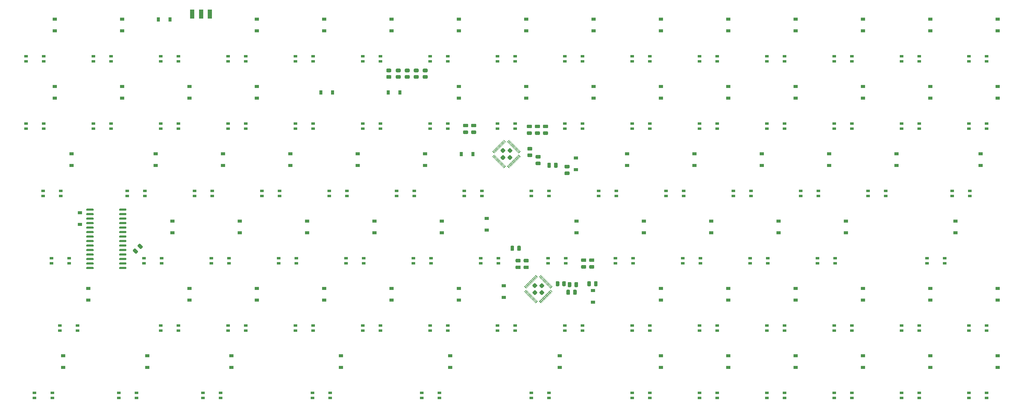
<source format=gbr>
%TF.GenerationSoftware,KiCad,Pcbnew,(5.1.10)-1*%
%TF.CreationDate,2021-11-24T07:07:12-05:00*%
%TF.ProjectId,bdpcb,62647063-622e-46b6-9963-61645f706362,rev?*%
%TF.SameCoordinates,Original*%
%TF.FileFunction,Paste,Bot*%
%TF.FilePolarity,Positive*%
%FSLAX46Y46*%
G04 Gerber Fmt 4.6, Leading zero omitted, Abs format (unit mm)*
G04 Created by KiCad (PCBNEW (5.1.10)-1) date 2021-11-24 07:07:12*
%MOMM*%
%LPD*%
G01*
G04 APERTURE LIST*
%ADD10R,1.000000X0.700000*%
%ADD11R,1.250000X2.500000*%
%ADD12R,1.200000X0.900000*%
%ADD13R,0.900000X1.200000*%
G04 APERTURE END LIST*
%TO.C,U3*%
G36*
G01*
X159563172Y-57544305D02*
X159117695Y-57098828D01*
G75*
G02*
X159117695Y-56745274I176777J176777D01*
G01*
X159563172Y-56299797D01*
G75*
G02*
X159916726Y-56299797I176777J-176777D01*
G01*
X160362203Y-56745274D01*
G75*
G02*
X160362203Y-57098828I-176777J-176777D01*
G01*
X159916726Y-57544305D01*
G75*
G02*
X159563172Y-57544305I-176777J176777D01*
G01*
G37*
G36*
G01*
X157583274Y-57544305D02*
X157137797Y-57098828D01*
G75*
G02*
X157137797Y-56745274I176777J176777D01*
G01*
X157583274Y-56299797D01*
G75*
G02*
X157936828Y-56299797I176777J-176777D01*
G01*
X158382305Y-56745274D01*
G75*
G02*
X158382305Y-57098828I-176777J-176777D01*
G01*
X157936828Y-57544305D01*
G75*
G02*
X157583274Y-57544305I-176777J176777D01*
G01*
G37*
G36*
G01*
X159563172Y-59524203D02*
X159117695Y-59078726D01*
G75*
G02*
X159117695Y-58725172I176777J176777D01*
G01*
X159563172Y-58279695D01*
G75*
G02*
X159916726Y-58279695I176777J-176777D01*
G01*
X160362203Y-58725172D01*
G75*
G02*
X160362203Y-59078726I-176777J-176777D01*
G01*
X159916726Y-59524203D01*
G75*
G02*
X159563172Y-59524203I-176777J176777D01*
G01*
G37*
G36*
G01*
X157583274Y-59524203D02*
X157137797Y-59078726D01*
G75*
G02*
X157137797Y-58725172I176777J176777D01*
G01*
X157583274Y-58279695D01*
G75*
G02*
X157936828Y-58279695I176777J-176777D01*
G01*
X158382305Y-58725172D01*
G75*
G02*
X158382305Y-59078726I-176777J-176777D01*
G01*
X157936828Y-59524203D01*
G75*
G02*
X157583274Y-59524203I-176777J176777D01*
G01*
G37*
G36*
G01*
X159474785Y-61889475D02*
X158944455Y-61359145D01*
G75*
G02*
X158944455Y-61288435I35355J35355D01*
G01*
X159015165Y-61217725D01*
G75*
G02*
X159085875Y-61217725I35355J-35355D01*
G01*
X159616205Y-61748055D01*
G75*
G02*
X159616205Y-61818765I-35355J-35355D01*
G01*
X159545495Y-61889475D01*
G75*
G02*
X159474785Y-61889475I-35355J35355D01*
G01*
G37*
G36*
G01*
X159757628Y-61606632D02*
X159227298Y-61076302D01*
G75*
G02*
X159227298Y-61005592I35355J35355D01*
G01*
X159298008Y-60934882D01*
G75*
G02*
X159368718Y-60934882I35355J-35355D01*
G01*
X159899048Y-61465212D01*
G75*
G02*
X159899048Y-61535922I-35355J-35355D01*
G01*
X159828338Y-61606632D01*
G75*
G02*
X159757628Y-61606632I-35355J35355D01*
G01*
G37*
G36*
G01*
X160040471Y-61323789D02*
X159510141Y-60793459D01*
G75*
G02*
X159510141Y-60722749I35355J35355D01*
G01*
X159580851Y-60652039D01*
G75*
G02*
X159651561Y-60652039I35355J-35355D01*
G01*
X160181891Y-61182369D01*
G75*
G02*
X160181891Y-61253079I-35355J-35355D01*
G01*
X160111181Y-61323789D01*
G75*
G02*
X160040471Y-61323789I-35355J35355D01*
G01*
G37*
G36*
G01*
X160323313Y-61040947D02*
X159792983Y-60510617D01*
G75*
G02*
X159792983Y-60439907I35355J35355D01*
G01*
X159863693Y-60369197D01*
G75*
G02*
X159934403Y-60369197I35355J-35355D01*
G01*
X160464733Y-60899527D01*
G75*
G02*
X160464733Y-60970237I-35355J-35355D01*
G01*
X160394023Y-61040947D01*
G75*
G02*
X160323313Y-61040947I-35355J35355D01*
G01*
G37*
G36*
G01*
X160606156Y-60758104D02*
X160075826Y-60227774D01*
G75*
G02*
X160075826Y-60157064I35355J35355D01*
G01*
X160146536Y-60086354D01*
G75*
G02*
X160217246Y-60086354I35355J-35355D01*
G01*
X160747576Y-60616684D01*
G75*
G02*
X160747576Y-60687394I-35355J-35355D01*
G01*
X160676866Y-60758104D01*
G75*
G02*
X160606156Y-60758104I-35355J35355D01*
G01*
G37*
G36*
G01*
X160888999Y-60475261D02*
X160358669Y-59944931D01*
G75*
G02*
X160358669Y-59874221I35355J35355D01*
G01*
X160429379Y-59803511D01*
G75*
G02*
X160500089Y-59803511I35355J-35355D01*
G01*
X161030419Y-60333841D01*
G75*
G02*
X161030419Y-60404551I-35355J-35355D01*
G01*
X160959709Y-60475261D01*
G75*
G02*
X160888999Y-60475261I-35355J35355D01*
G01*
G37*
G36*
G01*
X161171841Y-60192419D02*
X160641511Y-59662089D01*
G75*
G02*
X160641511Y-59591379I35355J35355D01*
G01*
X160712221Y-59520669D01*
G75*
G02*
X160782931Y-59520669I35355J-35355D01*
G01*
X161313261Y-60050999D01*
G75*
G02*
X161313261Y-60121709I-35355J-35355D01*
G01*
X161242551Y-60192419D01*
G75*
G02*
X161171841Y-60192419I-35355J35355D01*
G01*
G37*
G36*
G01*
X161454684Y-59909576D02*
X160924354Y-59379246D01*
G75*
G02*
X160924354Y-59308536I35355J35355D01*
G01*
X160995064Y-59237826D01*
G75*
G02*
X161065774Y-59237826I35355J-35355D01*
G01*
X161596104Y-59768156D01*
G75*
G02*
X161596104Y-59838866I-35355J-35355D01*
G01*
X161525394Y-59909576D01*
G75*
G02*
X161454684Y-59909576I-35355J35355D01*
G01*
G37*
G36*
G01*
X161737527Y-59626733D02*
X161207197Y-59096403D01*
G75*
G02*
X161207197Y-59025693I35355J35355D01*
G01*
X161277907Y-58954983D01*
G75*
G02*
X161348617Y-58954983I35355J-35355D01*
G01*
X161878947Y-59485313D01*
G75*
G02*
X161878947Y-59556023I-35355J-35355D01*
G01*
X161808237Y-59626733D01*
G75*
G02*
X161737527Y-59626733I-35355J35355D01*
G01*
G37*
G36*
G01*
X162020369Y-59343891D02*
X161490039Y-58813561D01*
G75*
G02*
X161490039Y-58742851I35355J35355D01*
G01*
X161560749Y-58672141D01*
G75*
G02*
X161631459Y-58672141I35355J-35355D01*
G01*
X162161789Y-59202471D01*
G75*
G02*
X162161789Y-59273181I-35355J-35355D01*
G01*
X162091079Y-59343891D01*
G75*
G02*
X162020369Y-59343891I-35355J35355D01*
G01*
G37*
G36*
G01*
X162303212Y-59061048D02*
X161772882Y-58530718D01*
G75*
G02*
X161772882Y-58460008I35355J35355D01*
G01*
X161843592Y-58389298D01*
G75*
G02*
X161914302Y-58389298I35355J-35355D01*
G01*
X162444632Y-58919628D01*
G75*
G02*
X162444632Y-58990338I-35355J-35355D01*
G01*
X162373922Y-59061048D01*
G75*
G02*
X162303212Y-59061048I-35355J35355D01*
G01*
G37*
G36*
G01*
X162586055Y-58778205D02*
X162055725Y-58247875D01*
G75*
G02*
X162055725Y-58177165I35355J35355D01*
G01*
X162126435Y-58106455D01*
G75*
G02*
X162197145Y-58106455I35355J-35355D01*
G01*
X162727475Y-58636785D01*
G75*
G02*
X162727475Y-58707495I-35355J-35355D01*
G01*
X162656765Y-58778205D01*
G75*
G02*
X162586055Y-58778205I-35355J35355D01*
G01*
G37*
G36*
G01*
X162126435Y-57717545D02*
X162055725Y-57646835D01*
G75*
G02*
X162055725Y-57576125I35355J35355D01*
G01*
X162586055Y-57045795D01*
G75*
G02*
X162656765Y-57045795I35355J-35355D01*
G01*
X162727475Y-57116505D01*
G75*
G02*
X162727475Y-57187215I-35355J-35355D01*
G01*
X162197145Y-57717545D01*
G75*
G02*
X162126435Y-57717545I-35355J35355D01*
G01*
G37*
G36*
G01*
X161843592Y-57434702D02*
X161772882Y-57363992D01*
G75*
G02*
X161772882Y-57293282I35355J35355D01*
G01*
X162303212Y-56762952D01*
G75*
G02*
X162373922Y-56762952I35355J-35355D01*
G01*
X162444632Y-56833662D01*
G75*
G02*
X162444632Y-56904372I-35355J-35355D01*
G01*
X161914302Y-57434702D01*
G75*
G02*
X161843592Y-57434702I-35355J35355D01*
G01*
G37*
G36*
G01*
X161560749Y-57151859D02*
X161490039Y-57081149D01*
G75*
G02*
X161490039Y-57010439I35355J35355D01*
G01*
X162020369Y-56480109D01*
G75*
G02*
X162091079Y-56480109I35355J-35355D01*
G01*
X162161789Y-56550819D01*
G75*
G02*
X162161789Y-56621529I-35355J-35355D01*
G01*
X161631459Y-57151859D01*
G75*
G02*
X161560749Y-57151859I-35355J35355D01*
G01*
G37*
G36*
G01*
X161277907Y-56869017D02*
X161207197Y-56798307D01*
G75*
G02*
X161207197Y-56727597I35355J35355D01*
G01*
X161737527Y-56197267D01*
G75*
G02*
X161808237Y-56197267I35355J-35355D01*
G01*
X161878947Y-56267977D01*
G75*
G02*
X161878947Y-56338687I-35355J-35355D01*
G01*
X161348617Y-56869017D01*
G75*
G02*
X161277907Y-56869017I-35355J35355D01*
G01*
G37*
G36*
G01*
X160995064Y-56586174D02*
X160924354Y-56515464D01*
G75*
G02*
X160924354Y-56444754I35355J35355D01*
G01*
X161454684Y-55914424D01*
G75*
G02*
X161525394Y-55914424I35355J-35355D01*
G01*
X161596104Y-55985134D01*
G75*
G02*
X161596104Y-56055844I-35355J-35355D01*
G01*
X161065774Y-56586174D01*
G75*
G02*
X160995064Y-56586174I-35355J35355D01*
G01*
G37*
G36*
G01*
X160712221Y-56303331D02*
X160641511Y-56232621D01*
G75*
G02*
X160641511Y-56161911I35355J35355D01*
G01*
X161171841Y-55631581D01*
G75*
G02*
X161242551Y-55631581I35355J-35355D01*
G01*
X161313261Y-55702291D01*
G75*
G02*
X161313261Y-55773001I-35355J-35355D01*
G01*
X160782931Y-56303331D01*
G75*
G02*
X160712221Y-56303331I-35355J35355D01*
G01*
G37*
G36*
G01*
X160429379Y-56020489D02*
X160358669Y-55949779D01*
G75*
G02*
X160358669Y-55879069I35355J35355D01*
G01*
X160888999Y-55348739D01*
G75*
G02*
X160959709Y-55348739I35355J-35355D01*
G01*
X161030419Y-55419449D01*
G75*
G02*
X161030419Y-55490159I-35355J-35355D01*
G01*
X160500089Y-56020489D01*
G75*
G02*
X160429379Y-56020489I-35355J35355D01*
G01*
G37*
G36*
G01*
X160146536Y-55737646D02*
X160075826Y-55666936D01*
G75*
G02*
X160075826Y-55596226I35355J35355D01*
G01*
X160606156Y-55065896D01*
G75*
G02*
X160676866Y-55065896I35355J-35355D01*
G01*
X160747576Y-55136606D01*
G75*
G02*
X160747576Y-55207316I-35355J-35355D01*
G01*
X160217246Y-55737646D01*
G75*
G02*
X160146536Y-55737646I-35355J35355D01*
G01*
G37*
G36*
G01*
X159863693Y-55454803D02*
X159792983Y-55384093D01*
G75*
G02*
X159792983Y-55313383I35355J35355D01*
G01*
X160323313Y-54783053D01*
G75*
G02*
X160394023Y-54783053I35355J-35355D01*
G01*
X160464733Y-54853763D01*
G75*
G02*
X160464733Y-54924473I-35355J-35355D01*
G01*
X159934403Y-55454803D01*
G75*
G02*
X159863693Y-55454803I-35355J35355D01*
G01*
G37*
G36*
G01*
X159580851Y-55171961D02*
X159510141Y-55101251D01*
G75*
G02*
X159510141Y-55030541I35355J35355D01*
G01*
X160040471Y-54500211D01*
G75*
G02*
X160111181Y-54500211I35355J-35355D01*
G01*
X160181891Y-54570921D01*
G75*
G02*
X160181891Y-54641631I-35355J-35355D01*
G01*
X159651561Y-55171961D01*
G75*
G02*
X159580851Y-55171961I-35355J35355D01*
G01*
G37*
G36*
G01*
X159298008Y-54889118D02*
X159227298Y-54818408D01*
G75*
G02*
X159227298Y-54747698I35355J35355D01*
G01*
X159757628Y-54217368D01*
G75*
G02*
X159828338Y-54217368I35355J-35355D01*
G01*
X159899048Y-54288078D01*
G75*
G02*
X159899048Y-54358788I-35355J-35355D01*
G01*
X159368718Y-54889118D01*
G75*
G02*
X159298008Y-54889118I-35355J35355D01*
G01*
G37*
G36*
G01*
X159015165Y-54606275D02*
X158944455Y-54535565D01*
G75*
G02*
X158944455Y-54464855I35355J35355D01*
G01*
X159474785Y-53934525D01*
G75*
G02*
X159545495Y-53934525I35355J-35355D01*
G01*
X159616205Y-54005235D01*
G75*
G02*
X159616205Y-54075945I-35355J-35355D01*
G01*
X159085875Y-54606275D01*
G75*
G02*
X159015165Y-54606275I-35355J35355D01*
G01*
G37*
G36*
G01*
X158414125Y-54606275D02*
X157883795Y-54075945D01*
G75*
G02*
X157883795Y-54005235I35355J35355D01*
G01*
X157954505Y-53934525D01*
G75*
G02*
X158025215Y-53934525I35355J-35355D01*
G01*
X158555545Y-54464855D01*
G75*
G02*
X158555545Y-54535565I-35355J-35355D01*
G01*
X158484835Y-54606275D01*
G75*
G02*
X158414125Y-54606275I-35355J35355D01*
G01*
G37*
G36*
G01*
X158131282Y-54889118D02*
X157600952Y-54358788D01*
G75*
G02*
X157600952Y-54288078I35355J35355D01*
G01*
X157671662Y-54217368D01*
G75*
G02*
X157742372Y-54217368I35355J-35355D01*
G01*
X158272702Y-54747698D01*
G75*
G02*
X158272702Y-54818408I-35355J-35355D01*
G01*
X158201992Y-54889118D01*
G75*
G02*
X158131282Y-54889118I-35355J35355D01*
G01*
G37*
G36*
G01*
X157848439Y-55171961D02*
X157318109Y-54641631D01*
G75*
G02*
X157318109Y-54570921I35355J35355D01*
G01*
X157388819Y-54500211D01*
G75*
G02*
X157459529Y-54500211I35355J-35355D01*
G01*
X157989859Y-55030541D01*
G75*
G02*
X157989859Y-55101251I-35355J-35355D01*
G01*
X157919149Y-55171961D01*
G75*
G02*
X157848439Y-55171961I-35355J35355D01*
G01*
G37*
G36*
G01*
X157565597Y-55454803D02*
X157035267Y-54924473D01*
G75*
G02*
X157035267Y-54853763I35355J35355D01*
G01*
X157105977Y-54783053D01*
G75*
G02*
X157176687Y-54783053I35355J-35355D01*
G01*
X157707017Y-55313383D01*
G75*
G02*
X157707017Y-55384093I-35355J-35355D01*
G01*
X157636307Y-55454803D01*
G75*
G02*
X157565597Y-55454803I-35355J35355D01*
G01*
G37*
G36*
G01*
X157282754Y-55737646D02*
X156752424Y-55207316D01*
G75*
G02*
X156752424Y-55136606I35355J35355D01*
G01*
X156823134Y-55065896D01*
G75*
G02*
X156893844Y-55065896I35355J-35355D01*
G01*
X157424174Y-55596226D01*
G75*
G02*
X157424174Y-55666936I-35355J-35355D01*
G01*
X157353464Y-55737646D01*
G75*
G02*
X157282754Y-55737646I-35355J35355D01*
G01*
G37*
G36*
G01*
X156999911Y-56020489D02*
X156469581Y-55490159D01*
G75*
G02*
X156469581Y-55419449I35355J35355D01*
G01*
X156540291Y-55348739D01*
G75*
G02*
X156611001Y-55348739I35355J-35355D01*
G01*
X157141331Y-55879069D01*
G75*
G02*
X157141331Y-55949779I-35355J-35355D01*
G01*
X157070621Y-56020489D01*
G75*
G02*
X156999911Y-56020489I-35355J35355D01*
G01*
G37*
G36*
G01*
X156717069Y-56303331D02*
X156186739Y-55773001D01*
G75*
G02*
X156186739Y-55702291I35355J35355D01*
G01*
X156257449Y-55631581D01*
G75*
G02*
X156328159Y-55631581I35355J-35355D01*
G01*
X156858489Y-56161911D01*
G75*
G02*
X156858489Y-56232621I-35355J-35355D01*
G01*
X156787779Y-56303331D01*
G75*
G02*
X156717069Y-56303331I-35355J35355D01*
G01*
G37*
G36*
G01*
X156434226Y-56586174D02*
X155903896Y-56055844D01*
G75*
G02*
X155903896Y-55985134I35355J35355D01*
G01*
X155974606Y-55914424D01*
G75*
G02*
X156045316Y-55914424I35355J-35355D01*
G01*
X156575646Y-56444754D01*
G75*
G02*
X156575646Y-56515464I-35355J-35355D01*
G01*
X156504936Y-56586174D01*
G75*
G02*
X156434226Y-56586174I-35355J35355D01*
G01*
G37*
G36*
G01*
X156151383Y-56869017D02*
X155621053Y-56338687D01*
G75*
G02*
X155621053Y-56267977I35355J35355D01*
G01*
X155691763Y-56197267D01*
G75*
G02*
X155762473Y-56197267I35355J-35355D01*
G01*
X156292803Y-56727597D01*
G75*
G02*
X156292803Y-56798307I-35355J-35355D01*
G01*
X156222093Y-56869017D01*
G75*
G02*
X156151383Y-56869017I-35355J35355D01*
G01*
G37*
G36*
G01*
X155868541Y-57151859D02*
X155338211Y-56621529D01*
G75*
G02*
X155338211Y-56550819I35355J35355D01*
G01*
X155408921Y-56480109D01*
G75*
G02*
X155479631Y-56480109I35355J-35355D01*
G01*
X156009961Y-57010439D01*
G75*
G02*
X156009961Y-57081149I-35355J-35355D01*
G01*
X155939251Y-57151859D01*
G75*
G02*
X155868541Y-57151859I-35355J35355D01*
G01*
G37*
G36*
G01*
X155585698Y-57434702D02*
X155055368Y-56904372D01*
G75*
G02*
X155055368Y-56833662I35355J35355D01*
G01*
X155126078Y-56762952D01*
G75*
G02*
X155196788Y-56762952I35355J-35355D01*
G01*
X155727118Y-57293282D01*
G75*
G02*
X155727118Y-57363992I-35355J-35355D01*
G01*
X155656408Y-57434702D01*
G75*
G02*
X155585698Y-57434702I-35355J35355D01*
G01*
G37*
G36*
G01*
X155302855Y-57717545D02*
X154772525Y-57187215D01*
G75*
G02*
X154772525Y-57116505I35355J35355D01*
G01*
X154843235Y-57045795D01*
G75*
G02*
X154913945Y-57045795I35355J-35355D01*
G01*
X155444275Y-57576125D01*
G75*
G02*
X155444275Y-57646835I-35355J-35355D01*
G01*
X155373565Y-57717545D01*
G75*
G02*
X155302855Y-57717545I-35355J35355D01*
G01*
G37*
G36*
G01*
X154843235Y-58778205D02*
X154772525Y-58707495D01*
G75*
G02*
X154772525Y-58636785I35355J35355D01*
G01*
X155302855Y-58106455D01*
G75*
G02*
X155373565Y-58106455I35355J-35355D01*
G01*
X155444275Y-58177165D01*
G75*
G02*
X155444275Y-58247875I-35355J-35355D01*
G01*
X154913945Y-58778205D01*
G75*
G02*
X154843235Y-58778205I-35355J35355D01*
G01*
G37*
G36*
G01*
X155126078Y-59061048D02*
X155055368Y-58990338D01*
G75*
G02*
X155055368Y-58919628I35355J35355D01*
G01*
X155585698Y-58389298D01*
G75*
G02*
X155656408Y-58389298I35355J-35355D01*
G01*
X155727118Y-58460008D01*
G75*
G02*
X155727118Y-58530718I-35355J-35355D01*
G01*
X155196788Y-59061048D01*
G75*
G02*
X155126078Y-59061048I-35355J35355D01*
G01*
G37*
G36*
G01*
X155408921Y-59343891D02*
X155338211Y-59273181D01*
G75*
G02*
X155338211Y-59202471I35355J35355D01*
G01*
X155868541Y-58672141D01*
G75*
G02*
X155939251Y-58672141I35355J-35355D01*
G01*
X156009961Y-58742851D01*
G75*
G02*
X156009961Y-58813561I-35355J-35355D01*
G01*
X155479631Y-59343891D01*
G75*
G02*
X155408921Y-59343891I-35355J35355D01*
G01*
G37*
G36*
G01*
X155691763Y-59626733D02*
X155621053Y-59556023D01*
G75*
G02*
X155621053Y-59485313I35355J35355D01*
G01*
X156151383Y-58954983D01*
G75*
G02*
X156222093Y-58954983I35355J-35355D01*
G01*
X156292803Y-59025693D01*
G75*
G02*
X156292803Y-59096403I-35355J-35355D01*
G01*
X155762473Y-59626733D01*
G75*
G02*
X155691763Y-59626733I-35355J35355D01*
G01*
G37*
G36*
G01*
X155974606Y-59909576D02*
X155903896Y-59838866D01*
G75*
G02*
X155903896Y-59768156I35355J35355D01*
G01*
X156434226Y-59237826D01*
G75*
G02*
X156504936Y-59237826I35355J-35355D01*
G01*
X156575646Y-59308536D01*
G75*
G02*
X156575646Y-59379246I-35355J-35355D01*
G01*
X156045316Y-59909576D01*
G75*
G02*
X155974606Y-59909576I-35355J35355D01*
G01*
G37*
G36*
G01*
X156257449Y-60192419D02*
X156186739Y-60121709D01*
G75*
G02*
X156186739Y-60050999I35355J35355D01*
G01*
X156717069Y-59520669D01*
G75*
G02*
X156787779Y-59520669I35355J-35355D01*
G01*
X156858489Y-59591379D01*
G75*
G02*
X156858489Y-59662089I-35355J-35355D01*
G01*
X156328159Y-60192419D01*
G75*
G02*
X156257449Y-60192419I-35355J35355D01*
G01*
G37*
G36*
G01*
X156540291Y-60475261D02*
X156469581Y-60404551D01*
G75*
G02*
X156469581Y-60333841I35355J35355D01*
G01*
X156999911Y-59803511D01*
G75*
G02*
X157070621Y-59803511I35355J-35355D01*
G01*
X157141331Y-59874221D01*
G75*
G02*
X157141331Y-59944931I-35355J-35355D01*
G01*
X156611001Y-60475261D01*
G75*
G02*
X156540291Y-60475261I-35355J35355D01*
G01*
G37*
G36*
G01*
X156823134Y-60758104D02*
X156752424Y-60687394D01*
G75*
G02*
X156752424Y-60616684I35355J35355D01*
G01*
X157282754Y-60086354D01*
G75*
G02*
X157353464Y-60086354I35355J-35355D01*
G01*
X157424174Y-60157064D01*
G75*
G02*
X157424174Y-60227774I-35355J-35355D01*
G01*
X156893844Y-60758104D01*
G75*
G02*
X156823134Y-60758104I-35355J35355D01*
G01*
G37*
G36*
G01*
X157105977Y-61040947D02*
X157035267Y-60970237D01*
G75*
G02*
X157035267Y-60899527I35355J35355D01*
G01*
X157565597Y-60369197D01*
G75*
G02*
X157636307Y-60369197I35355J-35355D01*
G01*
X157707017Y-60439907D01*
G75*
G02*
X157707017Y-60510617I-35355J-35355D01*
G01*
X157176687Y-61040947D01*
G75*
G02*
X157105977Y-61040947I-35355J35355D01*
G01*
G37*
G36*
G01*
X157388819Y-61323789D02*
X157318109Y-61253079D01*
G75*
G02*
X157318109Y-61182369I35355J35355D01*
G01*
X157848439Y-60652039D01*
G75*
G02*
X157919149Y-60652039I35355J-35355D01*
G01*
X157989859Y-60722749D01*
G75*
G02*
X157989859Y-60793459I-35355J-35355D01*
G01*
X157459529Y-61323789D01*
G75*
G02*
X157388819Y-61323789I-35355J35355D01*
G01*
G37*
G36*
G01*
X157671662Y-61606632D02*
X157600952Y-61535922D01*
G75*
G02*
X157600952Y-61465212I35355J35355D01*
G01*
X158131282Y-60934882D01*
G75*
G02*
X158201992Y-60934882I35355J-35355D01*
G01*
X158272702Y-61005592D01*
G75*
G02*
X158272702Y-61076302I-35355J-35355D01*
G01*
X157742372Y-61606632D01*
G75*
G02*
X157671662Y-61606632I-35355J35355D01*
G01*
G37*
G36*
G01*
X157954505Y-61889475D02*
X157883795Y-61818765D01*
G75*
G02*
X157883795Y-61748055I35355J35355D01*
G01*
X158414125Y-61217725D01*
G75*
G02*
X158484835Y-61217725I35355J-35355D01*
G01*
X158555545Y-61288435D01*
G75*
G02*
X158555545Y-61359145I-35355J-35355D01*
G01*
X158025215Y-61889475D01*
G75*
G02*
X157954505Y-61889475I-35355J35355D01*
G01*
G37*
%TD*%
%TO.C,U4*%
G36*
G01*
X168580172Y-95771305D02*
X168134695Y-95325828D01*
G75*
G02*
X168134695Y-94972274I176777J176777D01*
G01*
X168580172Y-94526797D01*
G75*
G02*
X168933726Y-94526797I176777J-176777D01*
G01*
X169379203Y-94972274D01*
G75*
G02*
X169379203Y-95325828I-176777J-176777D01*
G01*
X168933726Y-95771305D01*
G75*
G02*
X168580172Y-95771305I-176777J176777D01*
G01*
G37*
G36*
G01*
X166600274Y-95771305D02*
X166154797Y-95325828D01*
G75*
G02*
X166154797Y-94972274I176777J176777D01*
G01*
X166600274Y-94526797D01*
G75*
G02*
X166953828Y-94526797I176777J-176777D01*
G01*
X167399305Y-94972274D01*
G75*
G02*
X167399305Y-95325828I-176777J-176777D01*
G01*
X166953828Y-95771305D01*
G75*
G02*
X166600274Y-95771305I-176777J176777D01*
G01*
G37*
G36*
G01*
X168580172Y-97751203D02*
X168134695Y-97305726D01*
G75*
G02*
X168134695Y-96952172I176777J176777D01*
G01*
X168580172Y-96506695D01*
G75*
G02*
X168933726Y-96506695I176777J-176777D01*
G01*
X169379203Y-96952172D01*
G75*
G02*
X169379203Y-97305726I-176777J-176777D01*
G01*
X168933726Y-97751203D01*
G75*
G02*
X168580172Y-97751203I-176777J176777D01*
G01*
G37*
G36*
G01*
X166600274Y-97751203D02*
X166154797Y-97305726D01*
G75*
G02*
X166154797Y-96952172I176777J176777D01*
G01*
X166600274Y-96506695D01*
G75*
G02*
X166953828Y-96506695I176777J-176777D01*
G01*
X167399305Y-96952172D01*
G75*
G02*
X167399305Y-97305726I-176777J-176777D01*
G01*
X166953828Y-97751203D01*
G75*
G02*
X166600274Y-97751203I-176777J176777D01*
G01*
G37*
G36*
G01*
X168491785Y-100116475D02*
X167961455Y-99586145D01*
G75*
G02*
X167961455Y-99515435I35355J35355D01*
G01*
X168032165Y-99444725D01*
G75*
G02*
X168102875Y-99444725I35355J-35355D01*
G01*
X168633205Y-99975055D01*
G75*
G02*
X168633205Y-100045765I-35355J-35355D01*
G01*
X168562495Y-100116475D01*
G75*
G02*
X168491785Y-100116475I-35355J35355D01*
G01*
G37*
G36*
G01*
X168774628Y-99833632D02*
X168244298Y-99303302D01*
G75*
G02*
X168244298Y-99232592I35355J35355D01*
G01*
X168315008Y-99161882D01*
G75*
G02*
X168385718Y-99161882I35355J-35355D01*
G01*
X168916048Y-99692212D01*
G75*
G02*
X168916048Y-99762922I-35355J-35355D01*
G01*
X168845338Y-99833632D01*
G75*
G02*
X168774628Y-99833632I-35355J35355D01*
G01*
G37*
G36*
G01*
X169057471Y-99550789D02*
X168527141Y-99020459D01*
G75*
G02*
X168527141Y-98949749I35355J35355D01*
G01*
X168597851Y-98879039D01*
G75*
G02*
X168668561Y-98879039I35355J-35355D01*
G01*
X169198891Y-99409369D01*
G75*
G02*
X169198891Y-99480079I-35355J-35355D01*
G01*
X169128181Y-99550789D01*
G75*
G02*
X169057471Y-99550789I-35355J35355D01*
G01*
G37*
G36*
G01*
X169340313Y-99267947D02*
X168809983Y-98737617D01*
G75*
G02*
X168809983Y-98666907I35355J35355D01*
G01*
X168880693Y-98596197D01*
G75*
G02*
X168951403Y-98596197I35355J-35355D01*
G01*
X169481733Y-99126527D01*
G75*
G02*
X169481733Y-99197237I-35355J-35355D01*
G01*
X169411023Y-99267947D01*
G75*
G02*
X169340313Y-99267947I-35355J35355D01*
G01*
G37*
G36*
G01*
X169623156Y-98985104D02*
X169092826Y-98454774D01*
G75*
G02*
X169092826Y-98384064I35355J35355D01*
G01*
X169163536Y-98313354D01*
G75*
G02*
X169234246Y-98313354I35355J-35355D01*
G01*
X169764576Y-98843684D01*
G75*
G02*
X169764576Y-98914394I-35355J-35355D01*
G01*
X169693866Y-98985104D01*
G75*
G02*
X169623156Y-98985104I-35355J35355D01*
G01*
G37*
G36*
G01*
X169905999Y-98702261D02*
X169375669Y-98171931D01*
G75*
G02*
X169375669Y-98101221I35355J35355D01*
G01*
X169446379Y-98030511D01*
G75*
G02*
X169517089Y-98030511I35355J-35355D01*
G01*
X170047419Y-98560841D01*
G75*
G02*
X170047419Y-98631551I-35355J-35355D01*
G01*
X169976709Y-98702261D01*
G75*
G02*
X169905999Y-98702261I-35355J35355D01*
G01*
G37*
G36*
G01*
X170188841Y-98419419D02*
X169658511Y-97889089D01*
G75*
G02*
X169658511Y-97818379I35355J35355D01*
G01*
X169729221Y-97747669D01*
G75*
G02*
X169799931Y-97747669I35355J-35355D01*
G01*
X170330261Y-98277999D01*
G75*
G02*
X170330261Y-98348709I-35355J-35355D01*
G01*
X170259551Y-98419419D01*
G75*
G02*
X170188841Y-98419419I-35355J35355D01*
G01*
G37*
G36*
G01*
X170471684Y-98136576D02*
X169941354Y-97606246D01*
G75*
G02*
X169941354Y-97535536I35355J35355D01*
G01*
X170012064Y-97464826D01*
G75*
G02*
X170082774Y-97464826I35355J-35355D01*
G01*
X170613104Y-97995156D01*
G75*
G02*
X170613104Y-98065866I-35355J-35355D01*
G01*
X170542394Y-98136576D01*
G75*
G02*
X170471684Y-98136576I-35355J35355D01*
G01*
G37*
G36*
G01*
X170754527Y-97853733D02*
X170224197Y-97323403D01*
G75*
G02*
X170224197Y-97252693I35355J35355D01*
G01*
X170294907Y-97181983D01*
G75*
G02*
X170365617Y-97181983I35355J-35355D01*
G01*
X170895947Y-97712313D01*
G75*
G02*
X170895947Y-97783023I-35355J-35355D01*
G01*
X170825237Y-97853733D01*
G75*
G02*
X170754527Y-97853733I-35355J35355D01*
G01*
G37*
G36*
G01*
X171037369Y-97570891D02*
X170507039Y-97040561D01*
G75*
G02*
X170507039Y-96969851I35355J35355D01*
G01*
X170577749Y-96899141D01*
G75*
G02*
X170648459Y-96899141I35355J-35355D01*
G01*
X171178789Y-97429471D01*
G75*
G02*
X171178789Y-97500181I-35355J-35355D01*
G01*
X171108079Y-97570891D01*
G75*
G02*
X171037369Y-97570891I-35355J35355D01*
G01*
G37*
G36*
G01*
X171320212Y-97288048D02*
X170789882Y-96757718D01*
G75*
G02*
X170789882Y-96687008I35355J35355D01*
G01*
X170860592Y-96616298D01*
G75*
G02*
X170931302Y-96616298I35355J-35355D01*
G01*
X171461632Y-97146628D01*
G75*
G02*
X171461632Y-97217338I-35355J-35355D01*
G01*
X171390922Y-97288048D01*
G75*
G02*
X171320212Y-97288048I-35355J35355D01*
G01*
G37*
G36*
G01*
X171603055Y-97005205D02*
X171072725Y-96474875D01*
G75*
G02*
X171072725Y-96404165I35355J35355D01*
G01*
X171143435Y-96333455D01*
G75*
G02*
X171214145Y-96333455I35355J-35355D01*
G01*
X171744475Y-96863785D01*
G75*
G02*
X171744475Y-96934495I-35355J-35355D01*
G01*
X171673765Y-97005205D01*
G75*
G02*
X171603055Y-97005205I-35355J35355D01*
G01*
G37*
G36*
G01*
X171143435Y-95944545D02*
X171072725Y-95873835D01*
G75*
G02*
X171072725Y-95803125I35355J35355D01*
G01*
X171603055Y-95272795D01*
G75*
G02*
X171673765Y-95272795I35355J-35355D01*
G01*
X171744475Y-95343505D01*
G75*
G02*
X171744475Y-95414215I-35355J-35355D01*
G01*
X171214145Y-95944545D01*
G75*
G02*
X171143435Y-95944545I-35355J35355D01*
G01*
G37*
G36*
G01*
X170860592Y-95661702D02*
X170789882Y-95590992D01*
G75*
G02*
X170789882Y-95520282I35355J35355D01*
G01*
X171320212Y-94989952D01*
G75*
G02*
X171390922Y-94989952I35355J-35355D01*
G01*
X171461632Y-95060662D01*
G75*
G02*
X171461632Y-95131372I-35355J-35355D01*
G01*
X170931302Y-95661702D01*
G75*
G02*
X170860592Y-95661702I-35355J35355D01*
G01*
G37*
G36*
G01*
X170577749Y-95378859D02*
X170507039Y-95308149D01*
G75*
G02*
X170507039Y-95237439I35355J35355D01*
G01*
X171037369Y-94707109D01*
G75*
G02*
X171108079Y-94707109I35355J-35355D01*
G01*
X171178789Y-94777819D01*
G75*
G02*
X171178789Y-94848529I-35355J-35355D01*
G01*
X170648459Y-95378859D01*
G75*
G02*
X170577749Y-95378859I-35355J35355D01*
G01*
G37*
G36*
G01*
X170294907Y-95096017D02*
X170224197Y-95025307D01*
G75*
G02*
X170224197Y-94954597I35355J35355D01*
G01*
X170754527Y-94424267D01*
G75*
G02*
X170825237Y-94424267I35355J-35355D01*
G01*
X170895947Y-94494977D01*
G75*
G02*
X170895947Y-94565687I-35355J-35355D01*
G01*
X170365617Y-95096017D01*
G75*
G02*
X170294907Y-95096017I-35355J35355D01*
G01*
G37*
G36*
G01*
X170012064Y-94813174D02*
X169941354Y-94742464D01*
G75*
G02*
X169941354Y-94671754I35355J35355D01*
G01*
X170471684Y-94141424D01*
G75*
G02*
X170542394Y-94141424I35355J-35355D01*
G01*
X170613104Y-94212134D01*
G75*
G02*
X170613104Y-94282844I-35355J-35355D01*
G01*
X170082774Y-94813174D01*
G75*
G02*
X170012064Y-94813174I-35355J35355D01*
G01*
G37*
G36*
G01*
X169729221Y-94530331D02*
X169658511Y-94459621D01*
G75*
G02*
X169658511Y-94388911I35355J35355D01*
G01*
X170188841Y-93858581D01*
G75*
G02*
X170259551Y-93858581I35355J-35355D01*
G01*
X170330261Y-93929291D01*
G75*
G02*
X170330261Y-94000001I-35355J-35355D01*
G01*
X169799931Y-94530331D01*
G75*
G02*
X169729221Y-94530331I-35355J35355D01*
G01*
G37*
G36*
G01*
X169446379Y-94247489D02*
X169375669Y-94176779D01*
G75*
G02*
X169375669Y-94106069I35355J35355D01*
G01*
X169905999Y-93575739D01*
G75*
G02*
X169976709Y-93575739I35355J-35355D01*
G01*
X170047419Y-93646449D01*
G75*
G02*
X170047419Y-93717159I-35355J-35355D01*
G01*
X169517089Y-94247489D01*
G75*
G02*
X169446379Y-94247489I-35355J35355D01*
G01*
G37*
G36*
G01*
X169163536Y-93964646D02*
X169092826Y-93893936D01*
G75*
G02*
X169092826Y-93823226I35355J35355D01*
G01*
X169623156Y-93292896D01*
G75*
G02*
X169693866Y-93292896I35355J-35355D01*
G01*
X169764576Y-93363606D01*
G75*
G02*
X169764576Y-93434316I-35355J-35355D01*
G01*
X169234246Y-93964646D01*
G75*
G02*
X169163536Y-93964646I-35355J35355D01*
G01*
G37*
G36*
G01*
X168880693Y-93681803D02*
X168809983Y-93611093D01*
G75*
G02*
X168809983Y-93540383I35355J35355D01*
G01*
X169340313Y-93010053D01*
G75*
G02*
X169411023Y-93010053I35355J-35355D01*
G01*
X169481733Y-93080763D01*
G75*
G02*
X169481733Y-93151473I-35355J-35355D01*
G01*
X168951403Y-93681803D01*
G75*
G02*
X168880693Y-93681803I-35355J35355D01*
G01*
G37*
G36*
G01*
X168597851Y-93398961D02*
X168527141Y-93328251D01*
G75*
G02*
X168527141Y-93257541I35355J35355D01*
G01*
X169057471Y-92727211D01*
G75*
G02*
X169128181Y-92727211I35355J-35355D01*
G01*
X169198891Y-92797921D01*
G75*
G02*
X169198891Y-92868631I-35355J-35355D01*
G01*
X168668561Y-93398961D01*
G75*
G02*
X168597851Y-93398961I-35355J35355D01*
G01*
G37*
G36*
G01*
X168315008Y-93116118D02*
X168244298Y-93045408D01*
G75*
G02*
X168244298Y-92974698I35355J35355D01*
G01*
X168774628Y-92444368D01*
G75*
G02*
X168845338Y-92444368I35355J-35355D01*
G01*
X168916048Y-92515078D01*
G75*
G02*
X168916048Y-92585788I-35355J-35355D01*
G01*
X168385718Y-93116118D01*
G75*
G02*
X168315008Y-93116118I-35355J35355D01*
G01*
G37*
G36*
G01*
X168032165Y-92833275D02*
X167961455Y-92762565D01*
G75*
G02*
X167961455Y-92691855I35355J35355D01*
G01*
X168491785Y-92161525D01*
G75*
G02*
X168562495Y-92161525I35355J-35355D01*
G01*
X168633205Y-92232235D01*
G75*
G02*
X168633205Y-92302945I-35355J-35355D01*
G01*
X168102875Y-92833275D01*
G75*
G02*
X168032165Y-92833275I-35355J35355D01*
G01*
G37*
G36*
G01*
X167431125Y-92833275D02*
X166900795Y-92302945D01*
G75*
G02*
X166900795Y-92232235I35355J35355D01*
G01*
X166971505Y-92161525D01*
G75*
G02*
X167042215Y-92161525I35355J-35355D01*
G01*
X167572545Y-92691855D01*
G75*
G02*
X167572545Y-92762565I-35355J-35355D01*
G01*
X167501835Y-92833275D01*
G75*
G02*
X167431125Y-92833275I-35355J35355D01*
G01*
G37*
G36*
G01*
X167148282Y-93116118D02*
X166617952Y-92585788D01*
G75*
G02*
X166617952Y-92515078I35355J35355D01*
G01*
X166688662Y-92444368D01*
G75*
G02*
X166759372Y-92444368I35355J-35355D01*
G01*
X167289702Y-92974698D01*
G75*
G02*
X167289702Y-93045408I-35355J-35355D01*
G01*
X167218992Y-93116118D01*
G75*
G02*
X167148282Y-93116118I-35355J35355D01*
G01*
G37*
G36*
G01*
X166865439Y-93398961D02*
X166335109Y-92868631D01*
G75*
G02*
X166335109Y-92797921I35355J35355D01*
G01*
X166405819Y-92727211D01*
G75*
G02*
X166476529Y-92727211I35355J-35355D01*
G01*
X167006859Y-93257541D01*
G75*
G02*
X167006859Y-93328251I-35355J-35355D01*
G01*
X166936149Y-93398961D01*
G75*
G02*
X166865439Y-93398961I-35355J35355D01*
G01*
G37*
G36*
G01*
X166582597Y-93681803D02*
X166052267Y-93151473D01*
G75*
G02*
X166052267Y-93080763I35355J35355D01*
G01*
X166122977Y-93010053D01*
G75*
G02*
X166193687Y-93010053I35355J-35355D01*
G01*
X166724017Y-93540383D01*
G75*
G02*
X166724017Y-93611093I-35355J-35355D01*
G01*
X166653307Y-93681803D01*
G75*
G02*
X166582597Y-93681803I-35355J35355D01*
G01*
G37*
G36*
G01*
X166299754Y-93964646D02*
X165769424Y-93434316D01*
G75*
G02*
X165769424Y-93363606I35355J35355D01*
G01*
X165840134Y-93292896D01*
G75*
G02*
X165910844Y-93292896I35355J-35355D01*
G01*
X166441174Y-93823226D01*
G75*
G02*
X166441174Y-93893936I-35355J-35355D01*
G01*
X166370464Y-93964646D01*
G75*
G02*
X166299754Y-93964646I-35355J35355D01*
G01*
G37*
G36*
G01*
X166016911Y-94247489D02*
X165486581Y-93717159D01*
G75*
G02*
X165486581Y-93646449I35355J35355D01*
G01*
X165557291Y-93575739D01*
G75*
G02*
X165628001Y-93575739I35355J-35355D01*
G01*
X166158331Y-94106069D01*
G75*
G02*
X166158331Y-94176779I-35355J-35355D01*
G01*
X166087621Y-94247489D01*
G75*
G02*
X166016911Y-94247489I-35355J35355D01*
G01*
G37*
G36*
G01*
X165734069Y-94530331D02*
X165203739Y-94000001D01*
G75*
G02*
X165203739Y-93929291I35355J35355D01*
G01*
X165274449Y-93858581D01*
G75*
G02*
X165345159Y-93858581I35355J-35355D01*
G01*
X165875489Y-94388911D01*
G75*
G02*
X165875489Y-94459621I-35355J-35355D01*
G01*
X165804779Y-94530331D01*
G75*
G02*
X165734069Y-94530331I-35355J35355D01*
G01*
G37*
G36*
G01*
X165451226Y-94813174D02*
X164920896Y-94282844D01*
G75*
G02*
X164920896Y-94212134I35355J35355D01*
G01*
X164991606Y-94141424D01*
G75*
G02*
X165062316Y-94141424I35355J-35355D01*
G01*
X165592646Y-94671754D01*
G75*
G02*
X165592646Y-94742464I-35355J-35355D01*
G01*
X165521936Y-94813174D01*
G75*
G02*
X165451226Y-94813174I-35355J35355D01*
G01*
G37*
G36*
G01*
X165168383Y-95096017D02*
X164638053Y-94565687D01*
G75*
G02*
X164638053Y-94494977I35355J35355D01*
G01*
X164708763Y-94424267D01*
G75*
G02*
X164779473Y-94424267I35355J-35355D01*
G01*
X165309803Y-94954597D01*
G75*
G02*
X165309803Y-95025307I-35355J-35355D01*
G01*
X165239093Y-95096017D01*
G75*
G02*
X165168383Y-95096017I-35355J35355D01*
G01*
G37*
G36*
G01*
X164885541Y-95378859D02*
X164355211Y-94848529D01*
G75*
G02*
X164355211Y-94777819I35355J35355D01*
G01*
X164425921Y-94707109D01*
G75*
G02*
X164496631Y-94707109I35355J-35355D01*
G01*
X165026961Y-95237439D01*
G75*
G02*
X165026961Y-95308149I-35355J-35355D01*
G01*
X164956251Y-95378859D01*
G75*
G02*
X164885541Y-95378859I-35355J35355D01*
G01*
G37*
G36*
G01*
X164602698Y-95661702D02*
X164072368Y-95131372D01*
G75*
G02*
X164072368Y-95060662I35355J35355D01*
G01*
X164143078Y-94989952D01*
G75*
G02*
X164213788Y-94989952I35355J-35355D01*
G01*
X164744118Y-95520282D01*
G75*
G02*
X164744118Y-95590992I-35355J-35355D01*
G01*
X164673408Y-95661702D01*
G75*
G02*
X164602698Y-95661702I-35355J35355D01*
G01*
G37*
G36*
G01*
X164319855Y-95944545D02*
X163789525Y-95414215D01*
G75*
G02*
X163789525Y-95343505I35355J35355D01*
G01*
X163860235Y-95272795D01*
G75*
G02*
X163930945Y-95272795I35355J-35355D01*
G01*
X164461275Y-95803125D01*
G75*
G02*
X164461275Y-95873835I-35355J-35355D01*
G01*
X164390565Y-95944545D01*
G75*
G02*
X164319855Y-95944545I-35355J35355D01*
G01*
G37*
G36*
G01*
X163860235Y-97005205D02*
X163789525Y-96934495D01*
G75*
G02*
X163789525Y-96863785I35355J35355D01*
G01*
X164319855Y-96333455D01*
G75*
G02*
X164390565Y-96333455I35355J-35355D01*
G01*
X164461275Y-96404165D01*
G75*
G02*
X164461275Y-96474875I-35355J-35355D01*
G01*
X163930945Y-97005205D01*
G75*
G02*
X163860235Y-97005205I-35355J35355D01*
G01*
G37*
G36*
G01*
X164143078Y-97288048D02*
X164072368Y-97217338D01*
G75*
G02*
X164072368Y-97146628I35355J35355D01*
G01*
X164602698Y-96616298D01*
G75*
G02*
X164673408Y-96616298I35355J-35355D01*
G01*
X164744118Y-96687008D01*
G75*
G02*
X164744118Y-96757718I-35355J-35355D01*
G01*
X164213788Y-97288048D01*
G75*
G02*
X164143078Y-97288048I-35355J35355D01*
G01*
G37*
G36*
G01*
X164425921Y-97570891D02*
X164355211Y-97500181D01*
G75*
G02*
X164355211Y-97429471I35355J35355D01*
G01*
X164885541Y-96899141D01*
G75*
G02*
X164956251Y-96899141I35355J-35355D01*
G01*
X165026961Y-96969851D01*
G75*
G02*
X165026961Y-97040561I-35355J-35355D01*
G01*
X164496631Y-97570891D01*
G75*
G02*
X164425921Y-97570891I-35355J35355D01*
G01*
G37*
G36*
G01*
X164708763Y-97853733D02*
X164638053Y-97783023D01*
G75*
G02*
X164638053Y-97712313I35355J35355D01*
G01*
X165168383Y-97181983D01*
G75*
G02*
X165239093Y-97181983I35355J-35355D01*
G01*
X165309803Y-97252693D01*
G75*
G02*
X165309803Y-97323403I-35355J-35355D01*
G01*
X164779473Y-97853733D01*
G75*
G02*
X164708763Y-97853733I-35355J35355D01*
G01*
G37*
G36*
G01*
X164991606Y-98136576D02*
X164920896Y-98065866D01*
G75*
G02*
X164920896Y-97995156I35355J35355D01*
G01*
X165451226Y-97464826D01*
G75*
G02*
X165521936Y-97464826I35355J-35355D01*
G01*
X165592646Y-97535536D01*
G75*
G02*
X165592646Y-97606246I-35355J-35355D01*
G01*
X165062316Y-98136576D01*
G75*
G02*
X164991606Y-98136576I-35355J35355D01*
G01*
G37*
G36*
G01*
X165274449Y-98419419D02*
X165203739Y-98348709D01*
G75*
G02*
X165203739Y-98277999I35355J35355D01*
G01*
X165734069Y-97747669D01*
G75*
G02*
X165804779Y-97747669I35355J-35355D01*
G01*
X165875489Y-97818379D01*
G75*
G02*
X165875489Y-97889089I-35355J-35355D01*
G01*
X165345159Y-98419419D01*
G75*
G02*
X165274449Y-98419419I-35355J35355D01*
G01*
G37*
G36*
G01*
X165557291Y-98702261D02*
X165486581Y-98631551D01*
G75*
G02*
X165486581Y-98560841I35355J35355D01*
G01*
X166016911Y-98030511D01*
G75*
G02*
X166087621Y-98030511I35355J-35355D01*
G01*
X166158331Y-98101221D01*
G75*
G02*
X166158331Y-98171931I-35355J-35355D01*
G01*
X165628001Y-98702261D01*
G75*
G02*
X165557291Y-98702261I-35355J35355D01*
G01*
G37*
G36*
G01*
X165840134Y-98985104D02*
X165769424Y-98914394D01*
G75*
G02*
X165769424Y-98843684I35355J35355D01*
G01*
X166299754Y-98313354D01*
G75*
G02*
X166370464Y-98313354I35355J-35355D01*
G01*
X166441174Y-98384064D01*
G75*
G02*
X166441174Y-98454774I-35355J-35355D01*
G01*
X165910844Y-98985104D01*
G75*
G02*
X165840134Y-98985104I-35355J35355D01*
G01*
G37*
G36*
G01*
X166122977Y-99267947D02*
X166052267Y-99197237D01*
G75*
G02*
X166052267Y-99126527I35355J35355D01*
G01*
X166582597Y-98596197D01*
G75*
G02*
X166653307Y-98596197I35355J-35355D01*
G01*
X166724017Y-98666907D01*
G75*
G02*
X166724017Y-98737617I-35355J-35355D01*
G01*
X166193687Y-99267947D01*
G75*
G02*
X166122977Y-99267947I-35355J35355D01*
G01*
G37*
G36*
G01*
X166405819Y-99550789D02*
X166335109Y-99480079D01*
G75*
G02*
X166335109Y-99409369I35355J35355D01*
G01*
X166865439Y-98879039D01*
G75*
G02*
X166936149Y-98879039I35355J-35355D01*
G01*
X167006859Y-98949749D01*
G75*
G02*
X167006859Y-99020459I-35355J-35355D01*
G01*
X166476529Y-99550789D01*
G75*
G02*
X166405819Y-99550789I-35355J35355D01*
G01*
G37*
G36*
G01*
X166688662Y-99833632D02*
X166617952Y-99762922D01*
G75*
G02*
X166617952Y-99692212I35355J35355D01*
G01*
X167148282Y-99161882D01*
G75*
G02*
X167218992Y-99161882I35355J-35355D01*
G01*
X167289702Y-99232592D01*
G75*
G02*
X167289702Y-99303302I-35355J-35355D01*
G01*
X166759372Y-99833632D01*
G75*
G02*
X166688662Y-99833632I-35355J35355D01*
G01*
G37*
G36*
G01*
X166971505Y-100116475D02*
X166900795Y-100045765D01*
G75*
G02*
X166900795Y-99975055I35355J35355D01*
G01*
X167431125Y-99444725D01*
G75*
G02*
X167501835Y-99444725I35355J-35355D01*
G01*
X167572545Y-99515435D01*
G75*
G02*
X167572545Y-99586145I-35355J-35355D01*
G01*
X167042215Y-100116475D01*
G75*
G02*
X166971505Y-100116475I-35355J35355D01*
G01*
G37*
%TD*%
D10*
%TO.C,L15*%
X294597500Y-30207810D03*
X294597500Y-31707810D03*
X289597500Y-30207810D03*
X289597500Y-31707810D03*
%TD*%
%TO.C,L1*%
X27897500Y-30207810D03*
X27897500Y-31707810D03*
X22897500Y-30207810D03*
X22897500Y-31707810D03*
%TD*%
%TO.C,L83*%
X294600000Y-125462610D03*
X294600000Y-126962610D03*
X289600000Y-125462610D03*
X289600000Y-126962610D03*
%TD*%
%TO.C,L82*%
X275550000Y-125462610D03*
X275550000Y-126962610D03*
X270550000Y-125462610D03*
X270550000Y-126962610D03*
%TD*%
%TO.C,L81*%
X256497500Y-125462610D03*
X256497500Y-126962610D03*
X251497500Y-125462610D03*
X251497500Y-126962610D03*
%TD*%
%TO.C,L80*%
X237450000Y-125462610D03*
X237450000Y-126962610D03*
X232450000Y-125462610D03*
X232450000Y-126962610D03*
%TD*%
%TO.C,L79*%
X218397500Y-125462610D03*
X218397500Y-126962610D03*
X213397500Y-125462610D03*
X213397500Y-126962610D03*
%TD*%
%TO.C,L78*%
X199350000Y-125462610D03*
X199350000Y-126962610D03*
X194350000Y-125462610D03*
X194350000Y-126962610D03*
%TD*%
%TO.C,L77*%
X170772500Y-125462610D03*
X170772500Y-126962610D03*
X165772500Y-125462610D03*
X165772500Y-126962610D03*
%TD*%
%TO.C,L76*%
X139818750Y-125462610D03*
X139818750Y-126962610D03*
X134818750Y-125462610D03*
X134818750Y-126962610D03*
%TD*%
%TO.C,L75*%
X108862500Y-125462610D03*
X108862500Y-126962610D03*
X103862500Y-125462610D03*
X103862500Y-126962610D03*
%TD*%
%TO.C,L74*%
X77906250Y-125462610D03*
X77906250Y-126962610D03*
X72906250Y-125462610D03*
X72906250Y-126962610D03*
%TD*%
%TO.C,L73*%
X54093750Y-125462610D03*
X54093750Y-126962610D03*
X49093750Y-125462610D03*
X49093750Y-126962610D03*
%TD*%
%TO.C,L72*%
X30278750Y-125462610D03*
X30278750Y-126962610D03*
X25278750Y-125462610D03*
X25278750Y-126962610D03*
%TD*%
%TO.C,L71*%
X294597500Y-106411650D03*
X294597500Y-107911650D03*
X289597500Y-106411650D03*
X289597500Y-107911650D03*
%TD*%
%TO.C,L70*%
X275547500Y-106411650D03*
X275547500Y-107911650D03*
X270547500Y-106411650D03*
X270547500Y-107911650D03*
%TD*%
%TO.C,L69*%
X256500000Y-106411650D03*
X256500000Y-107911650D03*
X251500000Y-106411650D03*
X251500000Y-107911650D03*
%TD*%
%TO.C,L68*%
X237450000Y-106411650D03*
X237450000Y-107911650D03*
X232450000Y-106411650D03*
X232450000Y-107911650D03*
%TD*%
%TO.C,L67*%
X218400000Y-106411650D03*
X218400000Y-107911650D03*
X213400000Y-106411650D03*
X213400000Y-107911650D03*
%TD*%
%TO.C,L66*%
X199350000Y-106411650D03*
X199350000Y-107911650D03*
X194350000Y-106411650D03*
X194350000Y-107911650D03*
%TD*%
%TO.C,L65*%
X180297500Y-106411650D03*
X180297500Y-107911650D03*
X175297500Y-106411650D03*
X175297500Y-107911650D03*
%TD*%
%TO.C,L64*%
X161247500Y-106411650D03*
X161247500Y-107911650D03*
X156247500Y-106411650D03*
X156247500Y-107911650D03*
%TD*%
%TO.C,L63*%
X142197500Y-106411650D03*
X142197500Y-107911650D03*
X137197500Y-106411650D03*
X137197500Y-107911650D03*
%TD*%
%TO.C,L62*%
X123147500Y-106411650D03*
X123147500Y-107911650D03*
X118147500Y-106411650D03*
X118147500Y-107911650D03*
%TD*%
%TO.C,L61*%
X104097500Y-106411650D03*
X104097500Y-107911650D03*
X99097500Y-106411650D03*
X99097500Y-107911650D03*
%TD*%
%TO.C,L60*%
X85050000Y-106411650D03*
X85050000Y-107911650D03*
X80050000Y-106411650D03*
X80050000Y-107911650D03*
%TD*%
%TO.C,L59*%
X66000000Y-106411650D03*
X66000000Y-107911650D03*
X61000000Y-106411650D03*
X61000000Y-107911650D03*
%TD*%
%TO.C,L58*%
X37422500Y-106411650D03*
X37422500Y-107911650D03*
X32422500Y-106411650D03*
X32422500Y-107911650D03*
%TD*%
%TO.C,L57*%
X282691250Y-87360690D03*
X282691250Y-88860690D03*
X277691250Y-87360690D03*
X277691250Y-88860690D03*
%TD*%
%TO.C,L56*%
X251735000Y-87360690D03*
X251735000Y-88860690D03*
X246735000Y-87360690D03*
X246735000Y-88860690D03*
%TD*%
%TO.C,L55*%
X232685000Y-87360690D03*
X232685000Y-88860690D03*
X227685000Y-87360690D03*
X227685000Y-88860690D03*
%TD*%
%TO.C,L54*%
X213635000Y-87360690D03*
X213635000Y-88860690D03*
X208635000Y-87360690D03*
X208635000Y-88860690D03*
%TD*%
%TO.C,L53*%
X194587500Y-87360690D03*
X194587500Y-88860690D03*
X189587500Y-87360690D03*
X189587500Y-88860690D03*
%TD*%
%TO.C,L52*%
X175535000Y-87360690D03*
X175535000Y-88860690D03*
X170535000Y-87360690D03*
X170535000Y-88860690D03*
%TD*%
%TO.C,L51*%
X156487500Y-87360690D03*
X156487500Y-88860690D03*
X151487500Y-87360690D03*
X151487500Y-88860690D03*
%TD*%
%TO.C,L50*%
X137437500Y-87360690D03*
X137437500Y-88860690D03*
X132437500Y-87360690D03*
X132437500Y-88860690D03*
%TD*%
%TO.C,L49*%
X118385000Y-87360690D03*
X118385000Y-88860690D03*
X113385000Y-87360690D03*
X113385000Y-88860690D03*
%TD*%
%TO.C,L48*%
X99337500Y-87360690D03*
X99337500Y-88860690D03*
X94337500Y-87360690D03*
X94337500Y-88860690D03*
%TD*%
%TO.C,L47*%
X80285000Y-87360690D03*
X80285000Y-88860690D03*
X75285000Y-87360690D03*
X75285000Y-88860690D03*
%TD*%
%TO.C,L46*%
X61237500Y-87360690D03*
X61237500Y-88860690D03*
X56237500Y-87360690D03*
X56237500Y-88860690D03*
%TD*%
%TO.C,L45*%
X35041250Y-87360690D03*
X35041250Y-88860690D03*
X30041250Y-87360690D03*
X30041250Y-88860690D03*
%TD*%
%TO.C,L44*%
X289837500Y-68309730D03*
X289837500Y-69809730D03*
X284837500Y-68309730D03*
X284837500Y-69809730D03*
%TD*%
%TO.C,L43*%
X266025000Y-68309730D03*
X266025000Y-69809730D03*
X261025000Y-68309730D03*
X261025000Y-69809730D03*
%TD*%
%TO.C,L42*%
X246975000Y-68309730D03*
X246975000Y-69809730D03*
X241975000Y-68309730D03*
X241975000Y-69809730D03*
%TD*%
%TO.C,L41*%
X227925000Y-68309730D03*
X227925000Y-69809730D03*
X222925000Y-68309730D03*
X222925000Y-69809730D03*
%TD*%
%TO.C,L40*%
X208875000Y-68309730D03*
X208875000Y-69809730D03*
X203875000Y-68309730D03*
X203875000Y-69809730D03*
%TD*%
%TO.C,L39*%
X189822500Y-68309730D03*
X189822500Y-69809730D03*
X184822500Y-68309730D03*
X184822500Y-69809730D03*
%TD*%
%TO.C,L38*%
X170772500Y-68309730D03*
X170772500Y-69809730D03*
X165772500Y-68309730D03*
X165772500Y-69809730D03*
%TD*%
%TO.C,L37*%
X151847499Y-68309730D03*
X151847499Y-69809730D03*
X146847499Y-68309730D03*
X146847499Y-69809730D03*
%TD*%
%TO.C,L36*%
X132675000Y-68309730D03*
X132675000Y-69809730D03*
X127675000Y-68309730D03*
X127675000Y-69809730D03*
%TD*%
%TO.C,L35*%
X113622500Y-68309730D03*
X113622500Y-69809730D03*
X108622500Y-68309730D03*
X108622500Y-69809730D03*
%TD*%
%TO.C,L34*%
X94572500Y-68309730D03*
X94572500Y-69809730D03*
X89572500Y-68309730D03*
X89572500Y-69809730D03*
%TD*%
%TO.C,L33*%
X75522500Y-68309730D03*
X75522500Y-69809730D03*
X70522500Y-68309730D03*
X70522500Y-69809730D03*
%TD*%
%TO.C,L32*%
X56472500Y-68309730D03*
X56472500Y-69809730D03*
X51472500Y-68309730D03*
X51472500Y-69809730D03*
%TD*%
%TO.C,L31*%
X32662500Y-68309730D03*
X32662500Y-69809730D03*
X27662500Y-68309730D03*
X27662500Y-69809730D03*
%TD*%
%TO.C,L30*%
X294597500Y-49258770D03*
X294597500Y-50758770D03*
X289597500Y-49258770D03*
X289597500Y-50758770D03*
%TD*%
%TO.C,L29*%
X275550000Y-49258770D03*
X275550000Y-50758770D03*
X270550000Y-49258770D03*
X270550000Y-50758770D03*
%TD*%
%TO.C,L28*%
X256500000Y-49258770D03*
X256500000Y-50758770D03*
X251500000Y-49258770D03*
X251500000Y-50758770D03*
%TD*%
%TO.C,L27*%
X237450000Y-49258770D03*
X237450000Y-50758770D03*
X232450000Y-49258770D03*
X232450000Y-50758770D03*
%TD*%
%TO.C,L26*%
X218397500Y-49258770D03*
X218397500Y-50758770D03*
X213397500Y-49258770D03*
X213397500Y-50758770D03*
%TD*%
%TO.C,L25*%
X199350000Y-49258770D03*
X199350000Y-50758770D03*
X194350000Y-49258770D03*
X194350000Y-50758770D03*
%TD*%
%TO.C,L24*%
X180297500Y-49258770D03*
X180297500Y-50758770D03*
X175297500Y-49258770D03*
X175297500Y-50758770D03*
%TD*%
%TO.C,L23*%
X161247500Y-49258770D03*
X161247500Y-50758770D03*
X156247500Y-49258770D03*
X156247500Y-50758770D03*
%TD*%
%TO.C,L22*%
X142200000Y-49258770D03*
X142200000Y-50758770D03*
X137200000Y-49258770D03*
X137200000Y-50758770D03*
%TD*%
%TO.C,L21*%
X123150000Y-49258770D03*
X123150000Y-50758770D03*
X118150000Y-49258770D03*
X118150000Y-50758770D03*
%TD*%
%TO.C,L20*%
X104100000Y-49258770D03*
X104100000Y-50758770D03*
X99100000Y-49258770D03*
X99100000Y-50758770D03*
%TD*%
%TO.C,L19*%
X85047500Y-49258770D03*
X85047500Y-50758770D03*
X80047500Y-49258770D03*
X80047500Y-50758770D03*
%TD*%
%TO.C,L18*%
X66000000Y-49258770D03*
X66000000Y-50758770D03*
X61000000Y-49258770D03*
X61000000Y-50758770D03*
%TD*%
%TO.C,L17*%
X46950000Y-49258770D03*
X46950000Y-50758770D03*
X41950000Y-49258770D03*
X41950000Y-50758770D03*
%TD*%
%TO.C,L16*%
X27900000Y-49258770D03*
X27900000Y-50758770D03*
X22900000Y-49258770D03*
X22900000Y-50758770D03*
%TD*%
%TO.C,L14*%
X275547500Y-30207810D03*
X275547500Y-31707810D03*
X270547500Y-30207810D03*
X270547500Y-31707810D03*
%TD*%
%TO.C,L13*%
X256497500Y-30207810D03*
X256497500Y-31707810D03*
X251497500Y-30207810D03*
X251497500Y-31707810D03*
%TD*%
%TO.C,L12*%
X237447500Y-30207810D03*
X237447500Y-31707810D03*
X232447500Y-30207810D03*
X232447500Y-31707810D03*
%TD*%
%TO.C,L11*%
X218397500Y-30207810D03*
X218397500Y-31707810D03*
X213397500Y-30207810D03*
X213397500Y-31707810D03*
%TD*%
%TO.C,L10*%
X199347500Y-30207810D03*
X199347500Y-31707810D03*
X194347500Y-30207810D03*
X194347500Y-31707810D03*
%TD*%
%TO.C,L9*%
X180300000Y-30207810D03*
X180300000Y-31707810D03*
X175300000Y-30207810D03*
X175300000Y-31707810D03*
%TD*%
%TO.C,L8*%
X161250000Y-30207810D03*
X161250000Y-31707810D03*
X156250000Y-30207810D03*
X156250000Y-31707810D03*
%TD*%
%TO.C,L7*%
X142200000Y-30207810D03*
X142200000Y-31707810D03*
X137200000Y-30207810D03*
X137200000Y-31707810D03*
%TD*%
%TO.C,L6*%
X123150000Y-30207810D03*
X123150000Y-31707810D03*
X118150000Y-30207810D03*
X118150000Y-31707810D03*
%TD*%
%TO.C,L5*%
X104100000Y-30207810D03*
X104100000Y-31707810D03*
X99100000Y-30207810D03*
X99100000Y-31707810D03*
%TD*%
%TO.C,L4*%
X85050000Y-30207810D03*
X85050000Y-31707810D03*
X80050000Y-30207810D03*
X80050000Y-31707810D03*
%TD*%
%TO.C,L3*%
X66000000Y-30207810D03*
X66000000Y-31707810D03*
X61000000Y-30207810D03*
X61000000Y-31707810D03*
%TD*%
%TO.C,L2*%
X46950000Y-30207810D03*
X46950000Y-31707810D03*
X41950000Y-30207810D03*
X41950000Y-31707810D03*
%TD*%
%TO.C,U2*%
G36*
G01*
X41968000Y-73510000D02*
X41968000Y-73810000D01*
G75*
G02*
X41818000Y-73960000I-150000J0D01*
G01*
X40068000Y-73960000D01*
G75*
G02*
X39918000Y-73810000I0J150000D01*
G01*
X39918000Y-73510000D01*
G75*
G02*
X40068000Y-73360000I150000J0D01*
G01*
X41818000Y-73360000D01*
G75*
G02*
X41968000Y-73510000I0J-150000D01*
G01*
G37*
G36*
G01*
X41968000Y-74780000D02*
X41968000Y-75080000D01*
G75*
G02*
X41818000Y-75230000I-150000J0D01*
G01*
X40068000Y-75230000D01*
G75*
G02*
X39918000Y-75080000I0J150000D01*
G01*
X39918000Y-74780000D01*
G75*
G02*
X40068000Y-74630000I150000J0D01*
G01*
X41818000Y-74630000D01*
G75*
G02*
X41968000Y-74780000I0J-150000D01*
G01*
G37*
G36*
G01*
X41968000Y-76050000D02*
X41968000Y-76350000D01*
G75*
G02*
X41818000Y-76500000I-150000J0D01*
G01*
X40068000Y-76500000D01*
G75*
G02*
X39918000Y-76350000I0J150000D01*
G01*
X39918000Y-76050000D01*
G75*
G02*
X40068000Y-75900000I150000J0D01*
G01*
X41818000Y-75900000D01*
G75*
G02*
X41968000Y-76050000I0J-150000D01*
G01*
G37*
G36*
G01*
X41968000Y-77320000D02*
X41968000Y-77620000D01*
G75*
G02*
X41818000Y-77770000I-150000J0D01*
G01*
X40068000Y-77770000D01*
G75*
G02*
X39918000Y-77620000I0J150000D01*
G01*
X39918000Y-77320000D01*
G75*
G02*
X40068000Y-77170000I150000J0D01*
G01*
X41818000Y-77170000D01*
G75*
G02*
X41968000Y-77320000I0J-150000D01*
G01*
G37*
G36*
G01*
X41968000Y-78590000D02*
X41968000Y-78890000D01*
G75*
G02*
X41818000Y-79040000I-150000J0D01*
G01*
X40068000Y-79040000D01*
G75*
G02*
X39918000Y-78890000I0J150000D01*
G01*
X39918000Y-78590000D01*
G75*
G02*
X40068000Y-78440000I150000J0D01*
G01*
X41818000Y-78440000D01*
G75*
G02*
X41968000Y-78590000I0J-150000D01*
G01*
G37*
G36*
G01*
X41968000Y-79860000D02*
X41968000Y-80160000D01*
G75*
G02*
X41818000Y-80310000I-150000J0D01*
G01*
X40068000Y-80310000D01*
G75*
G02*
X39918000Y-80160000I0J150000D01*
G01*
X39918000Y-79860000D01*
G75*
G02*
X40068000Y-79710000I150000J0D01*
G01*
X41818000Y-79710000D01*
G75*
G02*
X41968000Y-79860000I0J-150000D01*
G01*
G37*
G36*
G01*
X41968000Y-81130000D02*
X41968000Y-81430000D01*
G75*
G02*
X41818000Y-81580000I-150000J0D01*
G01*
X40068000Y-81580000D01*
G75*
G02*
X39918000Y-81430000I0J150000D01*
G01*
X39918000Y-81130000D01*
G75*
G02*
X40068000Y-80980000I150000J0D01*
G01*
X41818000Y-80980000D01*
G75*
G02*
X41968000Y-81130000I0J-150000D01*
G01*
G37*
G36*
G01*
X41968000Y-82400000D02*
X41968000Y-82700000D01*
G75*
G02*
X41818000Y-82850000I-150000J0D01*
G01*
X40068000Y-82850000D01*
G75*
G02*
X39918000Y-82700000I0J150000D01*
G01*
X39918000Y-82400000D01*
G75*
G02*
X40068000Y-82250000I150000J0D01*
G01*
X41818000Y-82250000D01*
G75*
G02*
X41968000Y-82400000I0J-150000D01*
G01*
G37*
G36*
G01*
X41968000Y-83670000D02*
X41968000Y-83970000D01*
G75*
G02*
X41818000Y-84120000I-150000J0D01*
G01*
X40068000Y-84120000D01*
G75*
G02*
X39918000Y-83970000I0J150000D01*
G01*
X39918000Y-83670000D01*
G75*
G02*
X40068000Y-83520000I150000J0D01*
G01*
X41818000Y-83520000D01*
G75*
G02*
X41968000Y-83670000I0J-150000D01*
G01*
G37*
G36*
G01*
X41968000Y-84940000D02*
X41968000Y-85240000D01*
G75*
G02*
X41818000Y-85390000I-150000J0D01*
G01*
X40068000Y-85390000D01*
G75*
G02*
X39918000Y-85240000I0J150000D01*
G01*
X39918000Y-84940000D01*
G75*
G02*
X40068000Y-84790000I150000J0D01*
G01*
X41818000Y-84790000D01*
G75*
G02*
X41968000Y-84940000I0J-150000D01*
G01*
G37*
G36*
G01*
X41968000Y-86210000D02*
X41968000Y-86510000D01*
G75*
G02*
X41818000Y-86660000I-150000J0D01*
G01*
X40068000Y-86660000D01*
G75*
G02*
X39918000Y-86510000I0J150000D01*
G01*
X39918000Y-86210000D01*
G75*
G02*
X40068000Y-86060000I150000J0D01*
G01*
X41818000Y-86060000D01*
G75*
G02*
X41968000Y-86210000I0J-150000D01*
G01*
G37*
G36*
G01*
X41968000Y-87480000D02*
X41968000Y-87780000D01*
G75*
G02*
X41818000Y-87930000I-150000J0D01*
G01*
X40068000Y-87930000D01*
G75*
G02*
X39918000Y-87780000I0J150000D01*
G01*
X39918000Y-87480000D01*
G75*
G02*
X40068000Y-87330000I150000J0D01*
G01*
X41818000Y-87330000D01*
G75*
G02*
X41968000Y-87480000I0J-150000D01*
G01*
G37*
G36*
G01*
X41968000Y-88750000D02*
X41968000Y-89050000D01*
G75*
G02*
X41818000Y-89200000I-150000J0D01*
G01*
X40068000Y-89200000D01*
G75*
G02*
X39918000Y-89050000I0J150000D01*
G01*
X39918000Y-88750000D01*
G75*
G02*
X40068000Y-88600000I150000J0D01*
G01*
X41818000Y-88600000D01*
G75*
G02*
X41968000Y-88750000I0J-150000D01*
G01*
G37*
G36*
G01*
X41968000Y-90020000D02*
X41968000Y-90320000D01*
G75*
G02*
X41818000Y-90470000I-150000J0D01*
G01*
X40068000Y-90470000D01*
G75*
G02*
X39918000Y-90320000I0J150000D01*
G01*
X39918000Y-90020000D01*
G75*
G02*
X40068000Y-89870000I150000J0D01*
G01*
X41818000Y-89870000D01*
G75*
G02*
X41968000Y-90020000I0J-150000D01*
G01*
G37*
G36*
G01*
X51268000Y-90020000D02*
X51268000Y-90320000D01*
G75*
G02*
X51118000Y-90470000I-150000J0D01*
G01*
X49368000Y-90470000D01*
G75*
G02*
X49218000Y-90320000I0J150000D01*
G01*
X49218000Y-90020000D01*
G75*
G02*
X49368000Y-89870000I150000J0D01*
G01*
X51118000Y-89870000D01*
G75*
G02*
X51268000Y-90020000I0J-150000D01*
G01*
G37*
G36*
G01*
X51268000Y-88750000D02*
X51268000Y-89050000D01*
G75*
G02*
X51118000Y-89200000I-150000J0D01*
G01*
X49368000Y-89200000D01*
G75*
G02*
X49218000Y-89050000I0J150000D01*
G01*
X49218000Y-88750000D01*
G75*
G02*
X49368000Y-88600000I150000J0D01*
G01*
X51118000Y-88600000D01*
G75*
G02*
X51268000Y-88750000I0J-150000D01*
G01*
G37*
G36*
G01*
X51268000Y-87480000D02*
X51268000Y-87780000D01*
G75*
G02*
X51118000Y-87930000I-150000J0D01*
G01*
X49368000Y-87930000D01*
G75*
G02*
X49218000Y-87780000I0J150000D01*
G01*
X49218000Y-87480000D01*
G75*
G02*
X49368000Y-87330000I150000J0D01*
G01*
X51118000Y-87330000D01*
G75*
G02*
X51268000Y-87480000I0J-150000D01*
G01*
G37*
G36*
G01*
X51268000Y-86210000D02*
X51268000Y-86510000D01*
G75*
G02*
X51118000Y-86660000I-150000J0D01*
G01*
X49368000Y-86660000D01*
G75*
G02*
X49218000Y-86510000I0J150000D01*
G01*
X49218000Y-86210000D01*
G75*
G02*
X49368000Y-86060000I150000J0D01*
G01*
X51118000Y-86060000D01*
G75*
G02*
X51268000Y-86210000I0J-150000D01*
G01*
G37*
G36*
G01*
X51268000Y-84940000D02*
X51268000Y-85240000D01*
G75*
G02*
X51118000Y-85390000I-150000J0D01*
G01*
X49368000Y-85390000D01*
G75*
G02*
X49218000Y-85240000I0J150000D01*
G01*
X49218000Y-84940000D01*
G75*
G02*
X49368000Y-84790000I150000J0D01*
G01*
X51118000Y-84790000D01*
G75*
G02*
X51268000Y-84940000I0J-150000D01*
G01*
G37*
G36*
G01*
X51268000Y-83670000D02*
X51268000Y-83970000D01*
G75*
G02*
X51118000Y-84120000I-150000J0D01*
G01*
X49368000Y-84120000D01*
G75*
G02*
X49218000Y-83970000I0J150000D01*
G01*
X49218000Y-83670000D01*
G75*
G02*
X49368000Y-83520000I150000J0D01*
G01*
X51118000Y-83520000D01*
G75*
G02*
X51268000Y-83670000I0J-150000D01*
G01*
G37*
G36*
G01*
X51268000Y-82400000D02*
X51268000Y-82700000D01*
G75*
G02*
X51118000Y-82850000I-150000J0D01*
G01*
X49368000Y-82850000D01*
G75*
G02*
X49218000Y-82700000I0J150000D01*
G01*
X49218000Y-82400000D01*
G75*
G02*
X49368000Y-82250000I150000J0D01*
G01*
X51118000Y-82250000D01*
G75*
G02*
X51268000Y-82400000I0J-150000D01*
G01*
G37*
G36*
G01*
X51268000Y-81130000D02*
X51268000Y-81430000D01*
G75*
G02*
X51118000Y-81580000I-150000J0D01*
G01*
X49368000Y-81580000D01*
G75*
G02*
X49218000Y-81430000I0J150000D01*
G01*
X49218000Y-81130000D01*
G75*
G02*
X49368000Y-80980000I150000J0D01*
G01*
X51118000Y-80980000D01*
G75*
G02*
X51268000Y-81130000I0J-150000D01*
G01*
G37*
G36*
G01*
X51268000Y-79860000D02*
X51268000Y-80160000D01*
G75*
G02*
X51118000Y-80310000I-150000J0D01*
G01*
X49368000Y-80310000D01*
G75*
G02*
X49218000Y-80160000I0J150000D01*
G01*
X49218000Y-79860000D01*
G75*
G02*
X49368000Y-79710000I150000J0D01*
G01*
X51118000Y-79710000D01*
G75*
G02*
X51268000Y-79860000I0J-150000D01*
G01*
G37*
G36*
G01*
X51268000Y-78590000D02*
X51268000Y-78890000D01*
G75*
G02*
X51118000Y-79040000I-150000J0D01*
G01*
X49368000Y-79040000D01*
G75*
G02*
X49218000Y-78890000I0J150000D01*
G01*
X49218000Y-78590000D01*
G75*
G02*
X49368000Y-78440000I150000J0D01*
G01*
X51118000Y-78440000D01*
G75*
G02*
X51268000Y-78590000I0J-150000D01*
G01*
G37*
G36*
G01*
X51268000Y-77320000D02*
X51268000Y-77620000D01*
G75*
G02*
X51118000Y-77770000I-150000J0D01*
G01*
X49368000Y-77770000D01*
G75*
G02*
X49218000Y-77620000I0J150000D01*
G01*
X49218000Y-77320000D01*
G75*
G02*
X49368000Y-77170000I150000J0D01*
G01*
X51118000Y-77170000D01*
G75*
G02*
X51268000Y-77320000I0J-150000D01*
G01*
G37*
G36*
G01*
X51268000Y-76050000D02*
X51268000Y-76350000D01*
G75*
G02*
X51118000Y-76500000I-150000J0D01*
G01*
X49368000Y-76500000D01*
G75*
G02*
X49218000Y-76350000I0J150000D01*
G01*
X49218000Y-76050000D01*
G75*
G02*
X49368000Y-75900000I150000J0D01*
G01*
X51118000Y-75900000D01*
G75*
G02*
X51268000Y-76050000I0J-150000D01*
G01*
G37*
G36*
G01*
X51268000Y-74780000D02*
X51268000Y-75080000D01*
G75*
G02*
X51118000Y-75230000I-150000J0D01*
G01*
X49368000Y-75230000D01*
G75*
G02*
X49218000Y-75080000I0J150000D01*
G01*
X49218000Y-74780000D01*
G75*
G02*
X49368000Y-74630000I150000J0D01*
G01*
X51118000Y-74630000D01*
G75*
G02*
X51268000Y-74780000I0J-150000D01*
G01*
G37*
G36*
G01*
X51268000Y-73510000D02*
X51268000Y-73810000D01*
G75*
G02*
X51118000Y-73960000I-150000J0D01*
G01*
X49368000Y-73960000D01*
G75*
G02*
X49218000Y-73810000I0J150000D01*
G01*
X49218000Y-73510000D01*
G75*
G02*
X49368000Y-73360000I150000J0D01*
G01*
X51118000Y-73360000D01*
G75*
G02*
X51268000Y-73510000I0J-150000D01*
G01*
G37*
%TD*%
D11*
%TO.C,SW1*%
X69890000Y-18332000D03*
X72390000Y-18332000D03*
X74890000Y-18332000D03*
%TD*%
%TO.C,R7*%
G36*
G01*
X174517000Y-95065001D02*
X174517000Y-94164999D01*
G75*
G02*
X174766999Y-93915000I249999J0D01*
G01*
X175292001Y-93915000D01*
G75*
G02*
X175542000Y-94164999I0J-249999D01*
G01*
X175542000Y-95065001D01*
G75*
G02*
X175292001Y-95315000I-249999J0D01*
G01*
X174766999Y-95315000D01*
G75*
G02*
X174517000Y-95065001I0J249999D01*
G01*
G37*
G36*
G01*
X172692000Y-95065001D02*
X172692000Y-94164999D01*
G75*
G02*
X172941999Y-93915000I249999J0D01*
G01*
X173467001Y-93915000D01*
G75*
G02*
X173717000Y-94164999I0J-249999D01*
G01*
X173717000Y-95065001D01*
G75*
G02*
X173467001Y-95315000I-249999J0D01*
G01*
X172941999Y-95315000D01*
G75*
G02*
X172692000Y-95065001I0J249999D01*
G01*
G37*
%TD*%
%TO.C,R6*%
G36*
G01*
X164903999Y-57740500D02*
X165804001Y-57740500D01*
G75*
G02*
X166054000Y-57990499I0J-249999D01*
G01*
X166054000Y-58515501D01*
G75*
G02*
X165804001Y-58765500I-249999J0D01*
G01*
X164903999Y-58765500D01*
G75*
G02*
X164654000Y-58515501I0J249999D01*
G01*
X164654000Y-57990499D01*
G75*
G02*
X164903999Y-57740500I249999J0D01*
G01*
G37*
G36*
G01*
X164903999Y-55915500D02*
X165804001Y-55915500D01*
G75*
G02*
X166054000Y-56165499I0J-249999D01*
G01*
X166054000Y-56690501D01*
G75*
G02*
X165804001Y-56940500I-249999J0D01*
G01*
X164903999Y-56940500D01*
G75*
G02*
X164654000Y-56690501I0J249999D01*
G01*
X164654000Y-56165499D01*
G75*
G02*
X164903999Y-55915500I249999J0D01*
G01*
G37*
%TD*%
%TO.C,R5*%
G36*
G01*
X125025999Y-33754000D02*
X125926001Y-33754000D01*
G75*
G02*
X126176000Y-34003999I0J-249999D01*
G01*
X126176000Y-34529001D01*
G75*
G02*
X125926001Y-34779000I-249999J0D01*
G01*
X125025999Y-34779000D01*
G75*
G02*
X124776000Y-34529001I0J249999D01*
G01*
X124776000Y-34003999D01*
G75*
G02*
X125025999Y-33754000I249999J0D01*
G01*
G37*
G36*
G01*
X125025999Y-35579000D02*
X125926001Y-35579000D01*
G75*
G02*
X126176000Y-35828999I0J-249999D01*
G01*
X126176000Y-36354001D01*
G75*
G02*
X125926001Y-36604000I-249999J0D01*
G01*
X125025999Y-36604000D01*
G75*
G02*
X124776000Y-36354001I0J249999D01*
G01*
X124776000Y-35828999D01*
G75*
G02*
X125025999Y-35579000I249999J0D01*
G01*
G37*
%TD*%
%TO.C,R4*%
G36*
G01*
X130232999Y-35579000D02*
X131133001Y-35579000D01*
G75*
G02*
X131383000Y-35828999I0J-249999D01*
G01*
X131383000Y-36354001D01*
G75*
G02*
X131133001Y-36604000I-249999J0D01*
G01*
X130232999Y-36604000D01*
G75*
G02*
X129983000Y-36354001I0J249999D01*
G01*
X129983000Y-35828999D01*
G75*
G02*
X130232999Y-35579000I249999J0D01*
G01*
G37*
G36*
G01*
X130232999Y-33754000D02*
X131133001Y-33754000D01*
G75*
G02*
X131383000Y-34003999I0J-249999D01*
G01*
X131383000Y-34529001D01*
G75*
G02*
X131133001Y-34779000I-249999J0D01*
G01*
X130232999Y-34779000D01*
G75*
G02*
X129983000Y-34529001I0J249999D01*
G01*
X129983000Y-34003999D01*
G75*
G02*
X130232999Y-33754000I249999J0D01*
G01*
G37*
%TD*%
%TO.C,R3*%
G36*
G01*
X128593001Y-34779000D02*
X127692999Y-34779000D01*
G75*
G02*
X127443000Y-34529001I0J249999D01*
G01*
X127443000Y-34003999D01*
G75*
G02*
X127692999Y-33754000I249999J0D01*
G01*
X128593001Y-33754000D01*
G75*
G02*
X128843000Y-34003999I0J-249999D01*
G01*
X128843000Y-34529001D01*
G75*
G02*
X128593001Y-34779000I-249999J0D01*
G01*
G37*
G36*
G01*
X128593001Y-36604000D02*
X127692999Y-36604000D01*
G75*
G02*
X127443000Y-36354001I0J249999D01*
G01*
X127443000Y-35828999D01*
G75*
G02*
X127692999Y-35579000I249999J0D01*
G01*
X128593001Y-35579000D01*
G75*
G02*
X128843000Y-35828999I0J-249999D01*
G01*
X128843000Y-36354001D01*
G75*
G02*
X128593001Y-36604000I-249999J0D01*
G01*
G37*
%TD*%
%TO.C,R2*%
G36*
G01*
X133673001Y-34779000D02*
X132772999Y-34779000D01*
G75*
G02*
X132523000Y-34529001I0J249999D01*
G01*
X132523000Y-34003999D01*
G75*
G02*
X132772999Y-33754000I249999J0D01*
G01*
X133673001Y-33754000D01*
G75*
G02*
X133923000Y-34003999I0J-249999D01*
G01*
X133923000Y-34529001D01*
G75*
G02*
X133673001Y-34779000I-249999J0D01*
G01*
G37*
G36*
G01*
X133673001Y-36604000D02*
X132772999Y-36604000D01*
G75*
G02*
X132523000Y-36354001I0J249999D01*
G01*
X132523000Y-35828999D01*
G75*
G02*
X132772999Y-35579000I249999J0D01*
G01*
X133673001Y-35579000D01*
G75*
G02*
X133923000Y-35828999I0J-249999D01*
G01*
X133923000Y-36354001D01*
G75*
G02*
X133673001Y-36604000I-249999J0D01*
G01*
G37*
%TD*%
%TO.C,R1*%
G36*
G01*
X136213001Y-34779000D02*
X135312999Y-34779000D01*
G75*
G02*
X135063000Y-34529001I0J249999D01*
G01*
X135063000Y-34003999D01*
G75*
G02*
X135312999Y-33754000I249999J0D01*
G01*
X136213001Y-33754000D01*
G75*
G02*
X136463000Y-34003999I0J-249999D01*
G01*
X136463000Y-34529001D01*
G75*
G02*
X136213001Y-34779000I-249999J0D01*
G01*
G37*
G36*
G01*
X136213001Y-36604000D02*
X135312999Y-36604000D01*
G75*
G02*
X135063000Y-36354001I0J249999D01*
G01*
X135063000Y-35828999D01*
G75*
G02*
X135312999Y-35579000I249999J0D01*
G01*
X136213001Y-35579000D01*
G75*
G02*
X136463000Y-35828999I0J-249999D01*
G01*
X136463000Y-36354001D01*
G75*
G02*
X136213001Y-36604000I-249999J0D01*
G01*
G37*
%TD*%
D12*
%TO.C,D83*%
X297656250Y-115037130D03*
X297656250Y-118337130D03*
%TD*%
%TO.C,D82*%
X278606250Y-115037130D03*
X278606250Y-118337130D03*
%TD*%
%TO.C,D81*%
X259556250Y-115037130D03*
X259556250Y-118337130D03*
%TD*%
%TO.C,D80*%
X240506250Y-115037130D03*
X240506250Y-118337130D03*
%TD*%
%TO.C,D79*%
X221456250Y-115037130D03*
X221456250Y-118337130D03*
%TD*%
%TO.C,D78*%
X202406250Y-115037130D03*
X202406250Y-118337130D03*
%TD*%
%TO.C,D77*%
X173831250Y-115037130D03*
X173831250Y-118337130D03*
%TD*%
%TO.C,D76*%
X142875000Y-115037130D03*
X142875000Y-118337130D03*
%TD*%
%TO.C,D75*%
X111918750Y-115037130D03*
X111918750Y-118337130D03*
%TD*%
%TO.C,D74*%
X80962500Y-115037130D03*
X80962500Y-118337130D03*
%TD*%
%TO.C,D73*%
X57150000Y-115037130D03*
X57150000Y-118337130D03*
%TD*%
%TO.C,D72*%
X33337500Y-118337130D03*
X33337500Y-115037130D03*
%TD*%
%TO.C,D71*%
X297656250Y-95986170D03*
X297656250Y-99286170D03*
%TD*%
%TO.C,D70*%
X278606250Y-95986170D03*
X278606250Y-99286170D03*
%TD*%
%TO.C,D69*%
X259556250Y-95986170D03*
X259556250Y-99286170D03*
%TD*%
%TO.C,D68*%
X240506250Y-95986170D03*
X240506250Y-99286170D03*
%TD*%
%TO.C,D67*%
X221456250Y-95986170D03*
X221456250Y-99286170D03*
%TD*%
%TO.C,D66*%
X202406250Y-95986170D03*
X202406250Y-99286170D03*
%TD*%
%TO.C,D65*%
X183261000Y-96521000D03*
X183261000Y-99821000D03*
%TD*%
%TO.C,D64*%
X157956250Y-98492380D03*
X157956250Y-95192380D03*
%TD*%
%TO.C,D63*%
X145256250Y-95986170D03*
X145256250Y-99286170D03*
%TD*%
%TO.C,D62*%
X126206250Y-99286170D03*
X126206250Y-95986170D03*
%TD*%
%TO.C,D61*%
X107156250Y-95986170D03*
X107156250Y-99286170D03*
%TD*%
%TO.C,D60*%
X88106250Y-95986170D03*
X88106250Y-99286170D03*
%TD*%
%TO.C,D59*%
X69056250Y-95986170D03*
X69056250Y-99286170D03*
%TD*%
%TO.C,D58*%
X40481250Y-95986170D03*
X40481250Y-99286170D03*
%TD*%
%TO.C,D57*%
X285750000Y-76935210D03*
X285750000Y-80235210D03*
%TD*%
%TO.C,D56*%
X254793750Y-76935210D03*
X254793750Y-80235210D03*
%TD*%
%TO.C,D55*%
X235743750Y-76935210D03*
X235743750Y-80235210D03*
%TD*%
%TO.C,D54*%
X216693750Y-76935210D03*
X216693750Y-80235210D03*
%TD*%
%TO.C,D53*%
X197643750Y-76935210D03*
X197643750Y-80235210D03*
%TD*%
%TO.C,D52*%
X178593750Y-76935210D03*
X178593750Y-80235210D03*
%TD*%
%TO.C,D51*%
X153193750Y-76141420D03*
X153193750Y-79441420D03*
%TD*%
%TO.C,D50*%
X140493750Y-76935210D03*
X140493750Y-80235210D03*
%TD*%
%TO.C,D49*%
X121443750Y-76935210D03*
X121443750Y-80235210D03*
%TD*%
%TO.C,D48*%
X102393750Y-80235210D03*
X102393750Y-76935210D03*
%TD*%
%TO.C,D47*%
X83343750Y-76935210D03*
X83343750Y-80235210D03*
%TD*%
%TO.C,D46*%
X64293750Y-76935210D03*
X64293750Y-80235210D03*
%TD*%
%TO.C,D45*%
X38100000Y-77853840D03*
X38100000Y-74553840D03*
%TD*%
%TO.C,D44*%
X292893750Y-57884250D03*
X292893750Y-61184250D03*
%TD*%
%TO.C,D43*%
X269081250Y-57884250D03*
X269081250Y-61184250D03*
%TD*%
%TO.C,D42*%
X250031250Y-61184250D03*
X250031250Y-57884250D03*
%TD*%
%TO.C,D41*%
X230981250Y-57884250D03*
X230981250Y-61184250D03*
%TD*%
%TO.C,D40*%
X211931250Y-57884250D03*
X211931250Y-61184250D03*
%TD*%
%TO.C,D39*%
X192881250Y-57884250D03*
X192881250Y-61184250D03*
%TD*%
%TO.C,D38*%
X178435000Y-59056000D03*
X178435000Y-62356000D03*
%TD*%
D13*
%TO.C,D37*%
X149287500Y-57946670D03*
X145987500Y-57946670D03*
%TD*%
D12*
%TO.C,D36*%
X135731250Y-57884250D03*
X135731250Y-61184250D03*
%TD*%
%TO.C,D35*%
X116681250Y-57884250D03*
X116681250Y-61184250D03*
%TD*%
%TO.C,D34*%
X97631250Y-57884250D03*
X97631250Y-61184250D03*
%TD*%
%TO.C,D33*%
X78581250Y-57884250D03*
X78581250Y-61184250D03*
%TD*%
%TO.C,D32*%
X59531250Y-61184250D03*
X59531250Y-57884250D03*
%TD*%
%TO.C,D31*%
X35718750Y-57884250D03*
X35718750Y-61184250D03*
%TD*%
%TO.C,D30*%
X297656250Y-38833290D03*
X297656250Y-42133290D03*
%TD*%
%TO.C,D29*%
X278606250Y-38833290D03*
X278606250Y-42133290D03*
%TD*%
%TO.C,D28*%
X259556250Y-42133290D03*
X259556250Y-38833290D03*
%TD*%
%TO.C,D27*%
X240506250Y-38833290D03*
X240506250Y-42133290D03*
%TD*%
%TO.C,D26*%
X221456250Y-38833290D03*
X221456250Y-42133290D03*
%TD*%
%TO.C,D25*%
X202406250Y-38833290D03*
X202406250Y-42133290D03*
%TD*%
%TO.C,D24*%
X183356250Y-38833290D03*
X183356250Y-42133290D03*
%TD*%
%TO.C,D23*%
X164306250Y-38833290D03*
X164306250Y-42133290D03*
%TD*%
%TO.C,D22*%
X145256250Y-38833290D03*
X145256250Y-42133290D03*
%TD*%
D13*
%TO.C,D21*%
X125350000Y-40483290D03*
X128650000Y-40483290D03*
%TD*%
%TO.C,D20*%
X106300000Y-40483290D03*
X109600000Y-40483290D03*
%TD*%
D12*
%TO.C,D19*%
X88106250Y-38833290D03*
X88106250Y-42133290D03*
%TD*%
%TO.C,D18*%
X69056250Y-38833290D03*
X69056250Y-42133290D03*
%TD*%
%TO.C,D17*%
X50006250Y-38833290D03*
X50006250Y-42133290D03*
%TD*%
%TO.C,D16*%
X30956250Y-38833290D03*
X30956250Y-42133290D03*
%TD*%
%TO.C,D15*%
X297656250Y-19782330D03*
X297656250Y-23082330D03*
%TD*%
%TO.C,D14*%
X278606250Y-19782330D03*
X278606250Y-23082330D03*
%TD*%
%TO.C,D13*%
X259556250Y-19782330D03*
X259556250Y-23082330D03*
%TD*%
%TO.C,D12*%
X240506250Y-19782330D03*
X240506250Y-23082330D03*
%TD*%
%TO.C,D11*%
X221456250Y-19782330D03*
X221456250Y-23082330D03*
%TD*%
%TO.C,D10*%
X202406250Y-19782330D03*
X202406250Y-23082330D03*
%TD*%
%TO.C,D9*%
X183356250Y-19782330D03*
X183356250Y-23082330D03*
%TD*%
%TO.C,D8*%
X164306250Y-19782330D03*
X164306250Y-23082330D03*
%TD*%
%TO.C,D7*%
X145256250Y-19782330D03*
X145256250Y-23082330D03*
%TD*%
%TO.C,D6*%
X126206250Y-19782330D03*
X126206250Y-23082330D03*
%TD*%
%TO.C,D5*%
X107156250Y-19782330D03*
X107156250Y-23082330D03*
%TD*%
%TO.C,D4*%
X88106250Y-19782330D03*
X88106250Y-23082330D03*
%TD*%
D13*
%TO.C,D3*%
X63562500Y-19844750D03*
X60262500Y-19844750D03*
%TD*%
D12*
%TO.C,D2*%
X50006250Y-19782330D03*
X50006250Y-23082330D03*
%TD*%
%TO.C,D1*%
X30956250Y-19782330D03*
X30956250Y-23082330D03*
%TD*%
%TO.C,C17*%
G36*
G01*
X183523000Y-95090000D02*
X183523000Y-94140000D01*
G75*
G02*
X183773000Y-93890000I250000J0D01*
G01*
X184273000Y-93890000D01*
G75*
G02*
X184523000Y-94140000I0J-250000D01*
G01*
X184523000Y-95090000D01*
G75*
G02*
X184273000Y-95340000I-250000J0D01*
G01*
X183773000Y-95340000D01*
G75*
G02*
X183523000Y-95090000I0J250000D01*
G01*
G37*
G36*
G01*
X181623000Y-95090000D02*
X181623000Y-94140000D01*
G75*
G02*
X181873000Y-93890000I250000J0D01*
G01*
X182373000Y-93890000D01*
G75*
G02*
X182623000Y-94140000I0J-250000D01*
G01*
X182623000Y-95090000D01*
G75*
G02*
X182373000Y-95340000I-250000J0D01*
G01*
X181873000Y-95340000D01*
G75*
G02*
X181623000Y-95090000I0J250000D01*
G01*
G37*
%TD*%
%TO.C,C16*%
G36*
G01*
X180119000Y-89350000D02*
X181069000Y-89350000D01*
G75*
G02*
X181319000Y-89600000I0J-250000D01*
G01*
X181319000Y-90100000D01*
G75*
G02*
X181069000Y-90350000I-250000J0D01*
G01*
X180119000Y-90350000D01*
G75*
G02*
X179869000Y-90100000I0J250000D01*
G01*
X179869000Y-89600000D01*
G75*
G02*
X180119000Y-89350000I250000J0D01*
G01*
G37*
G36*
G01*
X180119000Y-87450000D02*
X181069000Y-87450000D01*
G75*
G02*
X181319000Y-87700000I0J-250000D01*
G01*
X181319000Y-88200000D01*
G75*
G02*
X181069000Y-88450000I-250000J0D01*
G01*
X180119000Y-88450000D01*
G75*
G02*
X179869000Y-88200000I0J250000D01*
G01*
X179869000Y-87700000D01*
G75*
G02*
X180119000Y-87450000I250000J0D01*
G01*
G37*
%TD*%
%TO.C,C15*%
G36*
G01*
X163863000Y-89477000D02*
X164813000Y-89477000D01*
G75*
G02*
X165063000Y-89727000I0J-250000D01*
G01*
X165063000Y-90227000D01*
G75*
G02*
X164813000Y-90477000I-250000J0D01*
G01*
X163863000Y-90477000D01*
G75*
G02*
X163613000Y-90227000I0J250000D01*
G01*
X163613000Y-89727000D01*
G75*
G02*
X163863000Y-89477000I250000J0D01*
G01*
G37*
G36*
G01*
X163863000Y-87577000D02*
X164813000Y-87577000D01*
G75*
G02*
X165063000Y-87827000I0J-250000D01*
G01*
X165063000Y-88327000D01*
G75*
G02*
X164813000Y-88577000I-250000J0D01*
G01*
X163863000Y-88577000D01*
G75*
G02*
X163613000Y-88327000I0J250000D01*
G01*
X163613000Y-87827000D01*
G75*
G02*
X163863000Y-87577000I250000J0D01*
G01*
G37*
%TD*%
%TO.C,C14*%
G36*
G01*
X177615000Y-97503000D02*
X177615000Y-96553000D01*
G75*
G02*
X177865000Y-96303000I250000J0D01*
G01*
X178365000Y-96303000D01*
G75*
G02*
X178615000Y-96553000I0J-250000D01*
G01*
X178615000Y-97503000D01*
G75*
G02*
X178365000Y-97753000I-250000J0D01*
G01*
X177865000Y-97753000D01*
G75*
G02*
X177615000Y-97503000I0J250000D01*
G01*
G37*
G36*
G01*
X175715000Y-97503000D02*
X175715000Y-96553000D01*
G75*
G02*
X175965000Y-96303000I250000J0D01*
G01*
X176465000Y-96303000D01*
G75*
G02*
X176715000Y-96553000I0J-250000D01*
G01*
X176715000Y-97503000D01*
G75*
G02*
X176465000Y-97753000I-250000J0D01*
G01*
X175965000Y-97753000D01*
G75*
G02*
X175715000Y-97503000I0J250000D01*
G01*
G37*
%TD*%
%TO.C,C13*%
G36*
G01*
X182405000Y-89350000D02*
X183355000Y-89350000D01*
G75*
G02*
X183605000Y-89600000I0J-250000D01*
G01*
X183605000Y-90100000D01*
G75*
G02*
X183355000Y-90350000I-250000J0D01*
G01*
X182405000Y-90350000D01*
G75*
G02*
X182155000Y-90100000I0J250000D01*
G01*
X182155000Y-89600000D01*
G75*
G02*
X182405000Y-89350000I250000J0D01*
G01*
G37*
G36*
G01*
X182405000Y-87450000D02*
X183355000Y-87450000D01*
G75*
G02*
X183605000Y-87700000I0J-250000D01*
G01*
X183605000Y-88200000D01*
G75*
G02*
X183355000Y-88450000I-250000J0D01*
G01*
X182405000Y-88450000D01*
G75*
G02*
X182155000Y-88200000I0J250000D01*
G01*
X182155000Y-87700000D01*
G75*
G02*
X182405000Y-87450000I250000J0D01*
G01*
G37*
%TD*%
%TO.C,C12*%
G36*
G01*
X161577000Y-89477000D02*
X162527000Y-89477000D01*
G75*
G02*
X162777000Y-89727000I0J-250000D01*
G01*
X162777000Y-90227000D01*
G75*
G02*
X162527000Y-90477000I-250000J0D01*
G01*
X161577000Y-90477000D01*
G75*
G02*
X161327000Y-90227000I0J250000D01*
G01*
X161327000Y-89727000D01*
G75*
G02*
X161577000Y-89477000I250000J0D01*
G01*
G37*
G36*
G01*
X161577000Y-87577000D02*
X162527000Y-87577000D01*
G75*
G02*
X162777000Y-87827000I0J-250000D01*
G01*
X162777000Y-88327000D01*
G75*
G02*
X162527000Y-88577000I-250000J0D01*
G01*
X161577000Y-88577000D01*
G75*
G02*
X161327000Y-88327000I0J250000D01*
G01*
X161327000Y-87827000D01*
G75*
G02*
X161577000Y-87577000I250000J0D01*
G01*
G37*
%TD*%
%TO.C,C11*%
G36*
G01*
X176096000Y-95344000D02*
X176096000Y-94394000D01*
G75*
G02*
X176346000Y-94144000I250000J0D01*
G01*
X176846000Y-94144000D01*
G75*
G02*
X177096000Y-94394000I0J-250000D01*
G01*
X177096000Y-95344000D01*
G75*
G02*
X176846000Y-95594000I-250000J0D01*
G01*
X176346000Y-95594000D01*
G75*
G02*
X176096000Y-95344000I0J250000D01*
G01*
G37*
G36*
G01*
X177996000Y-95344000D02*
X177996000Y-94394000D01*
G75*
G02*
X178246000Y-94144000I250000J0D01*
G01*
X178746000Y-94144000D01*
G75*
G02*
X178996000Y-94394000I0J-250000D01*
G01*
X178996000Y-95344000D01*
G75*
G02*
X178746000Y-95594000I-250000J0D01*
G01*
X178246000Y-95594000D01*
G75*
G02*
X177996000Y-95344000I0J250000D01*
G01*
G37*
%TD*%
%TO.C,C10*%
G36*
G01*
X160901000Y-84107000D02*
X160901000Y-85057000D01*
G75*
G02*
X160651000Y-85307000I-250000J0D01*
G01*
X160151000Y-85307000D01*
G75*
G02*
X159901000Y-85057000I0J250000D01*
G01*
X159901000Y-84107000D01*
G75*
G02*
X160151000Y-83857000I250000J0D01*
G01*
X160651000Y-83857000D01*
G75*
G02*
X160901000Y-84107000I0J-250000D01*
G01*
G37*
G36*
G01*
X162801000Y-84107000D02*
X162801000Y-85057000D01*
G75*
G02*
X162551000Y-85307000I-250000J0D01*
G01*
X162051000Y-85307000D01*
G75*
G02*
X161801000Y-85057000I0J250000D01*
G01*
X161801000Y-84107000D01*
G75*
G02*
X162051000Y-83857000I250000J0D01*
G01*
X162551000Y-83857000D01*
G75*
G02*
X162801000Y-84107000I0J-250000D01*
G01*
G37*
%TD*%
%TO.C,C9*%
G36*
G01*
X170274000Y-50604000D02*
X169324000Y-50604000D01*
G75*
G02*
X169074000Y-50354000I0J250000D01*
G01*
X169074000Y-49854000D01*
G75*
G02*
X169324000Y-49604000I250000J0D01*
G01*
X170274000Y-49604000D01*
G75*
G02*
X170524000Y-49854000I0J-250000D01*
G01*
X170524000Y-50354000D01*
G75*
G02*
X170274000Y-50604000I-250000J0D01*
G01*
G37*
G36*
G01*
X170274000Y-52504000D02*
X169324000Y-52504000D01*
G75*
G02*
X169074000Y-52254000I0J250000D01*
G01*
X169074000Y-51754000D01*
G75*
G02*
X169324000Y-51504000I250000J0D01*
G01*
X170274000Y-51504000D01*
G75*
G02*
X170524000Y-51754000I0J-250000D01*
G01*
X170524000Y-52254000D01*
G75*
G02*
X170274000Y-52504000I-250000J0D01*
G01*
G37*
%TD*%
%TO.C,C8*%
G36*
G01*
X164752000Y-51504000D02*
X165702000Y-51504000D01*
G75*
G02*
X165952000Y-51754000I0J-250000D01*
G01*
X165952000Y-52254000D01*
G75*
G02*
X165702000Y-52504000I-250000J0D01*
G01*
X164752000Y-52504000D01*
G75*
G02*
X164502000Y-52254000I0J250000D01*
G01*
X164502000Y-51754000D01*
G75*
G02*
X164752000Y-51504000I250000J0D01*
G01*
G37*
G36*
G01*
X164752000Y-49604000D02*
X165702000Y-49604000D01*
G75*
G02*
X165952000Y-49854000I0J-250000D01*
G01*
X165952000Y-50354000D01*
G75*
G02*
X165702000Y-50604000I-250000J0D01*
G01*
X164752000Y-50604000D01*
G75*
G02*
X164502000Y-50354000I0J250000D01*
G01*
X164502000Y-49854000D01*
G75*
G02*
X164752000Y-49604000I250000J0D01*
G01*
G37*
%TD*%
%TO.C,C7*%
G36*
G01*
X146718000Y-51250000D02*
X147668000Y-51250000D01*
G75*
G02*
X147918000Y-51500000I0J-250000D01*
G01*
X147918000Y-52000000D01*
G75*
G02*
X147668000Y-52250000I-250000J0D01*
G01*
X146718000Y-52250000D01*
G75*
G02*
X146468000Y-52000000I0J250000D01*
G01*
X146468000Y-51500000D01*
G75*
G02*
X146718000Y-51250000I250000J0D01*
G01*
G37*
G36*
G01*
X146718000Y-49350000D02*
X147668000Y-49350000D01*
G75*
G02*
X147918000Y-49600000I0J-250000D01*
G01*
X147918000Y-50100000D01*
G75*
G02*
X147668000Y-50350000I-250000J0D01*
G01*
X146718000Y-50350000D01*
G75*
G02*
X146468000Y-50100000I0J250000D01*
G01*
X146468000Y-49600000D01*
G75*
G02*
X146718000Y-49350000I250000J0D01*
G01*
G37*
%TD*%
%TO.C,C6*%
G36*
G01*
X167228500Y-60076500D02*
X168178500Y-60076500D01*
G75*
G02*
X168428500Y-60326500I0J-250000D01*
G01*
X168428500Y-60826500D01*
G75*
G02*
X168178500Y-61076500I-250000J0D01*
G01*
X167228500Y-61076500D01*
G75*
G02*
X166978500Y-60826500I0J250000D01*
G01*
X166978500Y-60326500D01*
G75*
G02*
X167228500Y-60076500I250000J0D01*
G01*
G37*
G36*
G01*
X167228500Y-58176500D02*
X168178500Y-58176500D01*
G75*
G02*
X168428500Y-58426500I0J-250000D01*
G01*
X168428500Y-58926500D01*
G75*
G02*
X168178500Y-59176500I-250000J0D01*
G01*
X167228500Y-59176500D01*
G75*
G02*
X166978500Y-58926500I0J250000D01*
G01*
X166978500Y-58426500D01*
G75*
G02*
X167228500Y-58176500I250000J0D01*
G01*
G37*
%TD*%
%TO.C,C5*%
G36*
G01*
X167038000Y-51504000D02*
X167988000Y-51504000D01*
G75*
G02*
X168238000Y-51754000I0J-250000D01*
G01*
X168238000Y-52254000D01*
G75*
G02*
X167988000Y-52504000I-250000J0D01*
G01*
X167038000Y-52504000D01*
G75*
G02*
X166788000Y-52254000I0J250000D01*
G01*
X166788000Y-51754000D01*
G75*
G02*
X167038000Y-51504000I250000J0D01*
G01*
G37*
G36*
G01*
X167038000Y-49604000D02*
X167988000Y-49604000D01*
G75*
G02*
X168238000Y-49854000I0J-250000D01*
G01*
X168238000Y-50354000D01*
G75*
G02*
X167988000Y-50604000I-250000J0D01*
G01*
X167038000Y-50604000D01*
G75*
G02*
X166788000Y-50354000I0J250000D01*
G01*
X166788000Y-49854000D01*
G75*
G02*
X167038000Y-49604000I250000J0D01*
G01*
G37*
%TD*%
%TO.C,C4*%
G36*
G01*
X149004000Y-51250000D02*
X149954000Y-51250000D01*
G75*
G02*
X150204000Y-51500000I0J-250000D01*
G01*
X150204000Y-52000000D01*
G75*
G02*
X149954000Y-52250000I-250000J0D01*
G01*
X149004000Y-52250000D01*
G75*
G02*
X148754000Y-52000000I0J250000D01*
G01*
X148754000Y-51500000D01*
G75*
G02*
X149004000Y-51250000I250000J0D01*
G01*
G37*
G36*
G01*
X149004000Y-49350000D02*
X149954000Y-49350000D01*
G75*
G02*
X150204000Y-49600000I0J-250000D01*
G01*
X150204000Y-50100000D01*
G75*
G02*
X149954000Y-50350000I-250000J0D01*
G01*
X149004000Y-50350000D01*
G75*
G02*
X148754000Y-50100000I0J250000D01*
G01*
X148754000Y-49600000D01*
G75*
G02*
X149004000Y-49350000I250000J0D01*
G01*
G37*
%TD*%
%TO.C,C3*%
G36*
G01*
X171315000Y-60612000D02*
X171315000Y-61562000D01*
G75*
G02*
X171065000Y-61812000I-250000J0D01*
G01*
X170565000Y-61812000D01*
G75*
G02*
X170315000Y-61562000I0J250000D01*
G01*
X170315000Y-60612000D01*
G75*
G02*
X170565000Y-60362000I250000J0D01*
G01*
X171065000Y-60362000D01*
G75*
G02*
X171315000Y-60612000I0J-250000D01*
G01*
G37*
G36*
G01*
X173215000Y-60612000D02*
X173215000Y-61562000D01*
G75*
G02*
X172965000Y-61812000I-250000J0D01*
G01*
X172465000Y-61812000D01*
G75*
G02*
X172215000Y-61562000I0J250000D01*
G01*
X172215000Y-60612000D01*
G75*
G02*
X172465000Y-60362000I250000J0D01*
G01*
X172965000Y-60362000D01*
G75*
G02*
X173215000Y-60612000I0J-250000D01*
G01*
G37*
%TD*%
%TO.C,C2*%
G36*
G01*
X175420000Y-62868000D02*
X176370000Y-62868000D01*
G75*
G02*
X176620000Y-63118000I0J-250000D01*
G01*
X176620000Y-63618000D01*
G75*
G02*
X176370000Y-63868000I-250000J0D01*
G01*
X175420000Y-63868000D01*
G75*
G02*
X175170000Y-63618000I0J250000D01*
G01*
X175170000Y-63118000D01*
G75*
G02*
X175420000Y-62868000I250000J0D01*
G01*
G37*
G36*
G01*
X175420000Y-60968000D02*
X176370000Y-60968000D01*
G75*
G02*
X176620000Y-61218000I0J-250000D01*
G01*
X176620000Y-61718000D01*
G75*
G02*
X176370000Y-61968000I-250000J0D01*
G01*
X175420000Y-61968000D01*
G75*
G02*
X175170000Y-61718000I0J250000D01*
G01*
X175170000Y-61218000D01*
G75*
G02*
X175420000Y-60968000I250000J0D01*
G01*
G37*
%TD*%
%TO.C,C1*%
G36*
G01*
X53828927Y-84691322D02*
X54500678Y-85363073D01*
G75*
G02*
X54500678Y-85716627I-176777J-176777D01*
G01*
X54147125Y-86070180D01*
G75*
G02*
X53793571Y-86070180I-176777J176777D01*
G01*
X53121820Y-85398429D01*
G75*
G02*
X53121820Y-85044875I176777J176777D01*
G01*
X53475373Y-84691322D01*
G75*
G02*
X53828927Y-84691322I176777J-176777D01*
G01*
G37*
G36*
G01*
X55172429Y-83347820D02*
X55844180Y-84019571D01*
G75*
G02*
X55844180Y-84373125I-176777J-176777D01*
G01*
X55490627Y-84726678D01*
G75*
G02*
X55137073Y-84726678I-176777J176777D01*
G01*
X54465322Y-84054927D01*
G75*
G02*
X54465322Y-83701373I176777J176777D01*
G01*
X54818875Y-83347820D01*
G75*
G02*
X55172429Y-83347820I176777J-176777D01*
G01*
G37*
%TD*%
M02*

</source>
